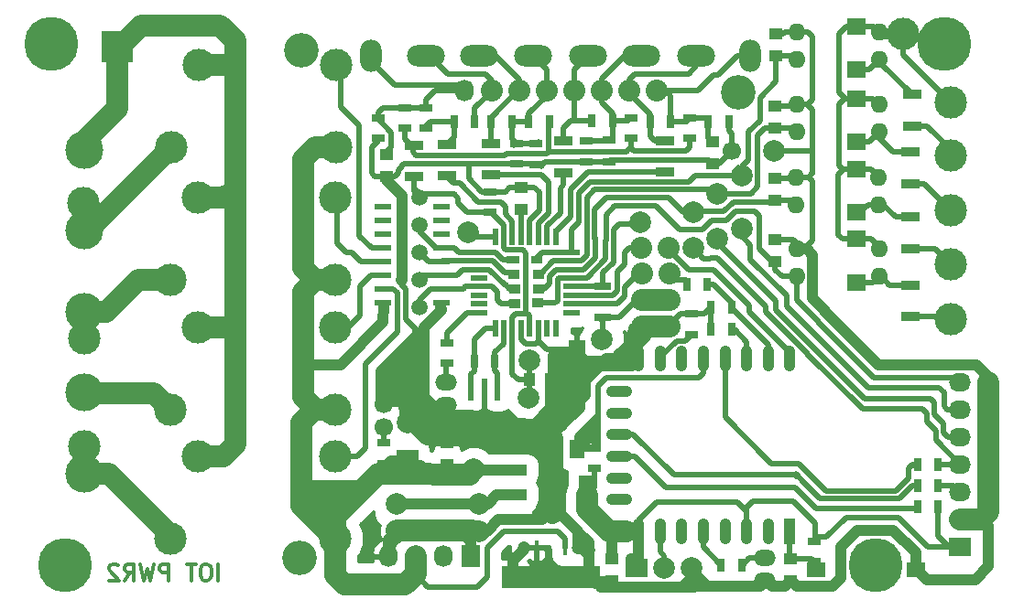
<source format=gbr>
G04 #@! TF.FileFunction,Copper,L2,Bot,Signal*
%FSLAX46Y46*%
G04 Gerber Fmt 4.6, Leading zero omitted, Abs format (unit mm)*
G04 Created by KiCad (PCBNEW (after 2015-mar-04 BZR unknown)-product) date 4/3/2016 5:34:25 PM*
%MOMM*%
G01*
G04 APERTURE LIST*
%ADD10C,0.100000*%
%ADD11C,0.300000*%
%ADD12C,1.700000*%
%ADD13C,2.000000*%
%ADD14C,2.032000*%
%ADD15O,1.727200X2.032000*%
%ADD16O,2.000000X3.000000*%
%ADD17O,3.500000X2.000000*%
%ADD18C,3.200000*%
%ADD19C,2.999740*%
%ADD20C,1.500000*%
%ADD21O,2.000000X1.500000*%
%ADD22R,0.400000X1.350000*%
%ADD23C,1.200000*%
%ADD24R,2.000000X2.000000*%
%ADD25R,0.500000X2.000000*%
%ADD26O,2.032000X2.032000*%
%ADD27R,1.000000X0.700000*%
%ADD28R,1.200000X0.700000*%
%ADD29R,1.800000X1.400000*%
%ADD30R,1.400000X1.800000*%
%ADD31R,1.600000X1.800000*%
%ADD32R,0.700000X1.300000*%
%ADD33R,1.500000X3.657600*%
%ADD34R,2.032000X1.016000*%
%ADD35R,1.000000X0.900000*%
%ADD36C,3.500000*%
%ADD37R,1.250000X0.800000*%
%ADD38R,3.000000X3.000000*%
%ADD39C,3.000000*%
%ADD40R,1.800860X1.500000*%
%ADD41O,1.600000X1.600000*%
%ADD42C,1.998980*%
%ADD43O,1.500000X2.000000*%
%ADD44R,2.032000X1.727200*%
%ADD45O,2.032000X1.727200*%
%ADD46R,2.000000X1.700000*%
%ADD47R,1.727200X2.032000*%
%ADD48C,5.000000*%
%ADD49C,0.100000*%
%ADD50R,1.250000X0.750000*%
%ADD51R,1.500000X0.800000*%
%ADD52R,1.700000X0.900000*%
%ADD53R,1.300000X0.700000*%
%ADD54R,1.250000X1.000000*%
%ADD55R,1.000000X1.250000*%
%ADD56R,0.550000X1.600000*%
%ADD57R,1.600000X0.550000*%
%ADD58R,1.500000X0.600000*%
%ADD59O,2.400000X1.100000*%
%ADD60R,1.100000X2.400000*%
%ADD61O,1.100000X2.400000*%
%ADD62C,0.500000*%
%ADD63C,2.000000*%
%ADD64C,1.000000*%
%ADD65C,0.250000*%
%ADD66C,0.254000*%
G04 APERTURE END LIST*
D10*
D11*
X121300000Y-79878571D02*
X121300000Y-78378571D01*
X120300000Y-78378571D02*
X120014286Y-78378571D01*
X119871428Y-78450000D01*
X119728571Y-78592857D01*
X119657143Y-78878571D01*
X119657143Y-79378571D01*
X119728571Y-79664286D01*
X119871428Y-79807143D01*
X120014286Y-79878571D01*
X120300000Y-79878571D01*
X120442857Y-79807143D01*
X120585714Y-79664286D01*
X120657143Y-79378571D01*
X120657143Y-78878571D01*
X120585714Y-78592857D01*
X120442857Y-78450000D01*
X120300000Y-78378571D01*
X119228571Y-78378571D02*
X118371428Y-78378571D01*
X118799999Y-79878571D02*
X118799999Y-78378571D01*
X116728571Y-79878571D02*
X116728571Y-78378571D01*
X116157143Y-78378571D01*
X116014285Y-78450000D01*
X115942857Y-78521429D01*
X115871428Y-78664286D01*
X115871428Y-78878571D01*
X115942857Y-79021429D01*
X116014285Y-79092857D01*
X116157143Y-79164286D01*
X116728571Y-79164286D01*
X115371428Y-78378571D02*
X115014285Y-79878571D01*
X114728571Y-78807143D01*
X114442857Y-79878571D01*
X114085714Y-78378571D01*
X112657142Y-79878571D02*
X113157142Y-79164286D01*
X113514285Y-79878571D02*
X113514285Y-78378571D01*
X112942857Y-78378571D01*
X112799999Y-78450000D01*
X112728571Y-78521429D01*
X112657142Y-78664286D01*
X112657142Y-78878571D01*
X112728571Y-79021429D01*
X112799999Y-79092857D01*
X112942857Y-79164286D01*
X113514285Y-79164286D01*
X112085714Y-78521429D02*
X112014285Y-78450000D01*
X111871428Y-78378571D01*
X111514285Y-78378571D01*
X111371428Y-78450000D01*
X111299999Y-78521429D01*
X111228571Y-78664286D01*
X111228571Y-78807143D01*
X111299999Y-79021429D01*
X112157142Y-79878571D01*
X111228571Y-79878571D01*
D12*
X136611360Y-63568580D03*
X136611360Y-65666620D03*
D13*
X145389600Y-72847200D03*
X145389600Y-75347200D03*
X137833100Y-72771000D03*
X137833100Y-75271000D03*
D14*
X161823400Y-34569400D03*
X159283400Y-34569400D03*
X156743400Y-34569400D03*
X154203400Y-34569400D03*
X151663400Y-34569400D03*
X149123400Y-34569400D03*
X146583400Y-34569400D03*
D15*
X144043400Y-34569400D03*
D16*
X170480000Y-31340000D03*
D17*
X165527000Y-31340000D03*
X160447000Y-31340000D03*
X155494000Y-31340000D03*
X150414000Y-31340000D03*
X145461000Y-31340000D03*
X140508000Y-31340000D03*
D16*
X135428000Y-31340000D03*
D18*
X169387520Y-34706560D03*
D19*
X108860000Y-44940000D03*
X108860000Y-39987000D03*
X108960000Y-67480000D03*
X108960000Y-62527000D03*
X108960000Y-57447000D03*
D20*
X139923520Y-59679840D03*
X139923520Y-57139840D03*
X139923520Y-54599840D03*
X139923520Y-52059840D03*
X139923520Y-49519840D03*
X139923520Y-46979840D03*
X139923520Y-44439840D03*
D12*
X168752520Y-40104060D03*
D13*
X172684440Y-40126920D03*
D21*
X142382240Y-63654940D03*
X142382240Y-61556900D03*
X171861480Y-79938880D03*
X171861480Y-77840840D03*
D22*
X153350380Y-76865040D03*
X150750380Y-76865040D03*
D23*
X154550380Y-76865040D03*
X149550380Y-76865040D03*
D24*
X155550380Y-79565040D03*
X148550380Y-79565040D03*
D25*
X147089500Y-62222380D03*
X145887440Y-62222380D03*
X144688560Y-62222380D03*
D26*
X160500000Y-53900000D03*
X163040000Y-53900000D03*
D27*
X150771860Y-50190400D03*
D28*
X148513800Y-50170080D03*
D29*
X176563070Y-78869320D03*
X185767930Y-78864680D03*
D30*
X154459720Y-67734130D03*
D31*
X154455080Y-58529270D03*
D32*
X144980620Y-59596020D03*
X146880620Y-59596020D03*
D33*
X155407360Y-71973440D03*
D34*
X148803360Y-71973440D03*
X148803360Y-69687440D03*
X148803360Y-74259440D03*
D35*
X150929340Y-51521360D03*
X148650960Y-51559460D03*
X150916640Y-52892960D03*
X148681440Y-52880260D03*
X150855680Y-54221380D03*
X148744940Y-54223920D03*
D18*
X128800000Y-77800000D03*
X129000000Y-30800000D03*
D36*
X108966000Y-40005000D03*
X108889800Y-47523400D03*
X108966000Y-55016400D03*
X108966000Y-62509400D03*
X108966000Y-70027800D03*
D13*
X149999700Y-63017400D03*
X144901920Y-69631560D03*
X150053040Y-59542680D03*
X156789120Y-57591960D03*
D37*
X150677880Y-39416480D03*
X150677880Y-41416480D03*
D38*
X111937800Y-30505400D03*
D13*
X138800000Y-65300000D03*
D24*
X138800000Y-68800000D03*
D39*
X184647840Y-29260800D03*
D40*
X180327300Y-52290980D03*
X180327300Y-48293020D03*
X180268880Y-45808900D03*
X180268880Y-41810940D03*
D41*
X182420260Y-31656020D03*
X182420260Y-29116020D03*
X174800260Y-29116020D03*
X174800260Y-31656020D03*
D40*
X180296820Y-32621220D03*
X180296820Y-28623260D03*
X180299360Y-39286180D03*
X180299360Y-35288220D03*
D13*
X160300000Y-46700000D03*
D26*
X163000000Y-56400000D03*
X160460000Y-56400000D03*
D14*
X160400000Y-49100000D03*
D26*
X162940000Y-49100000D03*
D13*
X144414240Y-47685960D03*
D26*
X163000000Y-51500000D03*
X160460000Y-51500000D03*
D42*
X169705080Y-47335540D03*
X169700000Y-42380000D03*
X167394920Y-48273540D03*
X167400000Y-44080000D03*
X165227940Y-49061680D03*
X165200000Y-45780000D03*
D43*
X192519300Y-61569600D03*
X192519300Y-64109600D03*
X192519300Y-66649600D03*
X192519300Y-69189600D03*
X192519300Y-71729600D03*
D44*
X189847220Y-76748640D03*
D45*
X189847220Y-74208640D03*
X189847220Y-71668640D03*
X189847220Y-69128640D03*
X189847220Y-66588640D03*
X189847220Y-64048640D03*
X189847220Y-61508640D03*
D46*
X160012380Y-78762860D03*
D13*
X162552380Y-78762860D03*
X165092380Y-78762860D03*
D47*
X144617440Y-77645260D03*
D15*
X142077440Y-77645260D03*
X139537440Y-77645260D03*
X136997440Y-77645260D03*
D48*
X188442600Y-30238700D03*
X182092600Y-78498700D03*
D49*
X157962600Y-35318700D03*
X157962600Y-63258700D03*
D48*
X107162600Y-78498700D03*
X105892600Y-30238700D03*
D50*
X157403800Y-39132000D03*
X157403800Y-41132000D03*
D19*
X189052200Y-35623500D03*
X189052200Y-40576500D03*
X189052200Y-45656500D03*
X189052200Y-50609500D03*
X189052200Y-55689500D03*
D51*
X156870400Y-52639300D03*
X156870400Y-55539300D03*
D52*
X142440660Y-42415120D03*
X142440660Y-39515120D03*
D53*
X148884640Y-41325840D03*
X148884640Y-39425840D03*
D54*
X166969440Y-39294560D03*
X166969440Y-41294560D03*
X136855200Y-40473120D03*
X136855200Y-42473120D03*
X172892720Y-31286960D03*
X172892720Y-29286960D03*
X149311360Y-43521120D03*
X149311360Y-45521120D03*
X172725080Y-38020500D03*
X172725080Y-36020500D03*
X172783500Y-44700700D03*
X172783500Y-42700700D03*
X172808900Y-50369980D03*
X172808900Y-48369980D03*
X157700000Y-79900000D03*
X157700000Y-77900000D03*
X174208440Y-79912720D03*
X174208440Y-77912720D03*
X142443200Y-67173600D03*
X142443200Y-69173600D03*
D55*
X152043640Y-61328300D03*
X150043640Y-61328300D03*
D56*
X152507600Y-56548600D03*
X151707600Y-56548600D03*
X150907600Y-56548600D03*
X150107600Y-56548600D03*
X149307600Y-56548600D03*
X148507600Y-56548600D03*
X147707600Y-56548600D03*
X146907600Y-56548600D03*
D57*
X145457600Y-55098600D03*
X145457600Y-54298600D03*
X145457600Y-53498600D03*
X145457600Y-52698600D03*
X145457600Y-51898600D03*
X145457600Y-51098600D03*
X145457600Y-50298600D03*
X145457600Y-49498600D03*
D56*
X146907600Y-48048600D03*
X147707600Y-48048600D03*
X148507600Y-48048600D03*
X149307600Y-48048600D03*
X150107600Y-48048600D03*
X150907600Y-48048600D03*
X151707600Y-48048600D03*
X152507600Y-48048600D03*
D57*
X153957600Y-49498600D03*
X153957600Y-50298600D03*
X153957600Y-51098600D03*
X153957600Y-51898600D03*
X153957600Y-52698600D03*
X153957600Y-53498600D03*
X153957600Y-54298600D03*
X153957600Y-55098600D03*
D32*
X143113720Y-37398960D03*
X145013720Y-37398960D03*
X163154400Y-37388800D03*
X161254400Y-37388800D03*
X157769600Y-37363400D03*
X155869600Y-37363400D03*
X148442720Y-37414200D03*
X146542720Y-37414200D03*
D53*
X140500000Y-36150000D03*
X140500000Y-38050000D03*
X164922200Y-37073800D03*
X164922200Y-38973800D03*
X159512000Y-37048400D03*
X159512000Y-38948400D03*
D32*
X150027600Y-37409120D03*
X151927600Y-37409120D03*
D53*
X138600000Y-36150000D03*
X138600000Y-38050000D03*
D32*
X168513800Y-37414200D03*
X166613800Y-37414200D03*
D53*
X155346400Y-41132800D03*
X155346400Y-39232800D03*
X136100000Y-38950000D03*
X136100000Y-37050000D03*
X165049200Y-57109400D03*
X165049200Y-55209400D03*
D32*
X169687280Y-78440280D03*
X167787280Y-78440280D03*
D53*
X156098240Y-67609680D03*
X156098240Y-69509680D03*
D32*
X164597040Y-52486560D03*
X166497040Y-52486560D03*
X166872880Y-54599840D03*
X168772880Y-54599840D03*
X166852560Y-56652160D03*
X168752560Y-56652160D03*
D41*
X182420260Y-38389560D03*
X182420260Y-35849560D03*
X174800260Y-35849560D03*
X174800260Y-38389560D03*
X182364380Y-45095160D03*
X182364380Y-42555160D03*
X174744380Y-42555160D03*
X174744380Y-45095160D03*
D58*
X141942800Y-45288200D03*
X141942800Y-46558200D03*
X141942800Y-47828200D03*
X141942800Y-49098200D03*
X141942800Y-50368200D03*
X141942800Y-51638200D03*
X141942800Y-52908200D03*
X141942800Y-54178200D03*
X136542800Y-54178200D03*
X136542800Y-52908200D03*
X136542800Y-51638200D03*
X136542800Y-50368200D03*
X136542800Y-49098200D03*
X136542800Y-47828200D03*
X136542800Y-46558200D03*
X136542800Y-45288200D03*
D41*
X182384700Y-51739800D03*
X182384700Y-49199800D03*
X174764700Y-49199800D03*
X174764700Y-51739800D03*
D59*
X158405100Y-72397200D03*
X158405100Y-70397200D03*
X158405100Y-68397200D03*
X158405100Y-66397200D03*
X158405100Y-64397200D03*
X158405100Y-62397200D03*
D60*
X174155100Y-75387200D03*
D61*
X172155100Y-75387200D03*
X170155100Y-75387200D03*
X168155100Y-75387200D03*
X166155100Y-75387200D03*
X164155100Y-75387200D03*
X162155100Y-75387200D03*
X160155100Y-75387200D03*
X160155100Y-59387200D03*
X162155100Y-59387200D03*
X164155100Y-59387200D03*
X166155100Y-59387200D03*
X168155100Y-59387200D03*
X170155100Y-59387200D03*
X172155100Y-59387200D03*
X174155100Y-59387200D03*
D52*
X162636200Y-42064600D03*
X162636200Y-39164600D03*
X153192480Y-42125560D03*
X153192480Y-39225560D03*
X146532600Y-42338920D03*
X146532600Y-39438920D03*
D53*
X146466560Y-43896240D03*
X146466560Y-45796240D03*
D52*
X139369800Y-39606560D03*
X139369800Y-42506560D03*
D53*
X176377600Y-78166000D03*
X176377600Y-76266000D03*
X142438120Y-57891640D03*
X142438120Y-59791640D03*
D39*
X119507000Y-32186880D03*
X132211740Y-32187160D03*
X132209540Y-39784020D03*
X116967000Y-39786560D03*
X119400320Y-44450000D03*
X132105060Y-44450280D03*
X132102860Y-52047140D03*
X116860320Y-52049680D03*
X119451120Y-56494680D03*
X132155860Y-56494960D03*
X132153660Y-64091820D03*
X116911120Y-64094360D03*
X119451120Y-68397120D03*
X132155860Y-68397400D03*
X132153660Y-75994260D03*
X116911120Y-75996800D03*
D52*
X185440320Y-37802480D03*
X185440320Y-34902480D03*
X185270140Y-43136480D03*
X185270140Y-40236480D03*
X185318400Y-49151200D03*
X185318400Y-46251200D03*
X185326020Y-55458020D03*
X185326020Y-52558020D03*
D32*
X187850000Y-71100000D03*
X185950000Y-71100000D03*
X185950000Y-73100000D03*
X187850000Y-73100000D03*
X185950000Y-69200000D03*
X187850000Y-69200000D03*
D53*
X136600000Y-69050000D03*
X136600000Y-67150000D03*
D13*
X144881600Y-69636640D03*
X150042880Y-59550300D03*
X156789120Y-57591960D03*
X150002240Y-63012320D03*
D62*
X149307600Y-48048600D02*
X149307600Y-45524880D01*
X149307600Y-45524880D02*
X149311360Y-45521120D01*
X139893040Y-44099480D02*
X139369800Y-43576240D01*
X140843000Y-44099480D02*
X139893040Y-44099480D01*
D63*
X160500000Y-53900000D02*
X163040000Y-53900000D01*
X131150360Y-71638160D02*
X131150360Y-72867520D01*
X132201920Y-73919080D02*
X132153660Y-73919080D01*
X131150360Y-72867520D02*
X132201920Y-73919080D01*
X129032000Y-71638160D02*
X131150360Y-71638160D01*
X131150360Y-71638160D02*
X134482840Y-71638160D01*
X134482840Y-71638160D02*
X136103360Y-70017640D01*
D64*
X132153660Y-75994260D02*
X132153660Y-73919080D01*
X132153660Y-73919080D02*
X132153660Y-73967340D01*
X132153660Y-73967340D02*
X137321000Y-68800000D01*
X137321000Y-68800000D02*
X138800000Y-68800000D01*
D63*
X137576560Y-70017640D02*
X136103360Y-70017640D01*
X136103360Y-70017640D02*
X132153660Y-73967340D01*
X144584420Y-70124320D02*
X137576560Y-70017640D01*
D64*
X131551680Y-76596240D02*
X132153660Y-75994260D01*
X132333660Y-64134720D02*
X130860520Y-64134720D01*
D62*
X132282860Y-76009220D02*
X132219700Y-76034900D01*
D63*
X129136140Y-40929560D02*
X129136140Y-50924460D01*
X129136140Y-50924460D02*
X130258820Y-52047140D01*
X130281680Y-39784020D02*
X129136140Y-40929560D01*
D64*
X130600000Y-39784020D02*
X130281680Y-39784020D01*
X132102860Y-52047140D02*
X130649980Y-52047140D01*
D63*
X129032000Y-65262760D02*
X129032000Y-71638160D01*
X129032000Y-71638160D02*
X129032000Y-72981360D01*
X129032000Y-72981360D02*
X132044900Y-75994260D01*
X132044900Y-75994260D02*
X132153660Y-75994260D01*
X130202940Y-64091820D02*
X129032000Y-65262760D01*
D64*
X132153660Y-64091820D02*
X130202940Y-64091820D01*
D62*
X146466560Y-45796240D02*
X146522480Y-45796240D01*
X146522480Y-45796240D02*
X147707600Y-46981360D01*
X147707600Y-46981360D02*
X147707600Y-48048600D01*
X139369800Y-43571160D02*
X139369800Y-42506560D01*
X139369800Y-43576240D02*
X139369800Y-43571160D01*
D65*
X156469080Y-55582480D02*
X156469080Y-55747920D01*
D62*
X143098520Y-44099480D02*
X140843000Y-44099480D01*
X146466560Y-45796240D02*
X144307600Y-45796240D01*
X143499840Y-44500800D02*
X143098520Y-44099480D01*
X143499840Y-44988480D02*
X143499840Y-44500800D01*
X144307600Y-45796240D02*
X143499840Y-44988480D01*
D63*
X132153660Y-79443580D02*
X132153660Y-75994260D01*
X132994400Y-80284320D02*
X132153660Y-79443580D01*
X138602720Y-80284320D02*
X132994400Y-80284320D01*
X139537440Y-79349600D02*
X138602720Y-80284320D01*
X139537440Y-77645260D02*
X139537440Y-79349600D01*
D62*
X147707600Y-49135280D02*
X147881340Y-49309020D01*
X147881340Y-49309020D02*
X149481540Y-49309020D01*
X149481540Y-49309020D02*
X149778720Y-49606200D01*
X149778720Y-49606200D02*
X149778720Y-55008780D01*
X149778720Y-55008780D02*
X149565360Y-55222140D01*
X149565360Y-55222140D02*
X148795740Y-55222140D01*
X148795740Y-55222140D02*
X148507600Y-55510280D01*
X148507600Y-55510280D02*
X148507600Y-56548600D01*
X147707600Y-48048600D02*
X147707600Y-49135280D01*
X149946360Y-55222140D02*
X150107600Y-55383380D01*
X150107600Y-55383380D02*
X150107600Y-56548600D01*
X149565360Y-55222140D02*
X149946360Y-55222140D01*
X156941520Y-55580280D02*
X156865320Y-55565040D01*
X149070060Y-61328300D02*
X150043640Y-61328300D01*
X148507600Y-60765840D02*
X149070060Y-61328300D01*
X148507600Y-56548600D02*
X148507600Y-60765840D01*
D64*
X132603240Y-59931300D02*
X129621280Y-59931300D01*
X136542800Y-55991740D02*
X132603240Y-59931300D01*
X129621280Y-63510160D02*
X130202940Y-64091820D01*
X129621280Y-59931300D02*
X129621280Y-63510160D01*
X136600000Y-54400000D02*
X136542800Y-55991740D01*
D63*
X129159000Y-53146960D02*
X129159000Y-62941200D01*
X129159000Y-62941200D02*
X130309620Y-64091820D01*
X130309620Y-64091820D02*
X132153660Y-64091820D01*
X130258820Y-52047140D02*
X129159000Y-53146960D01*
X132102860Y-52047140D02*
X130258820Y-52047140D01*
X132153660Y-73967340D02*
X132153660Y-75994260D01*
D62*
X150043640Y-59551060D02*
X150042880Y-59550300D01*
X156789120Y-57591960D02*
X156870400Y-57510680D01*
X156870400Y-57510680D02*
X156870400Y-55539300D01*
X150043640Y-61328300D02*
X150043640Y-59551060D01*
X150043640Y-62970920D02*
X150002240Y-63012320D01*
X150043640Y-61328300D02*
X150043640Y-62970920D01*
X137007600Y-69448680D02*
X137576560Y-70017640D01*
X137007600Y-69209960D02*
X137007600Y-69448680D01*
D64*
X139782360Y-70017640D02*
X140700000Y-69900000D01*
X139900000Y-69900000D02*
X139782360Y-70017640D01*
X140700000Y-69900000D02*
X139900000Y-69900000D01*
X140009960Y-69209960D02*
X140700000Y-69900000D01*
X137007600Y-69209960D02*
X140009960Y-69209960D01*
D63*
X130600000Y-39784020D02*
X132209540Y-39784020D01*
D62*
X160000000Y-53900000D02*
X160400000Y-53900000D01*
X158360700Y-55539300D02*
X160000000Y-53900000D01*
X156870400Y-55539300D02*
X158360700Y-55539300D01*
X160400000Y-53900000D02*
X162940000Y-53900000D01*
D65*
X140695680Y-80507840D02*
X139537440Y-79349600D01*
X148747480Y-69631560D02*
X148803360Y-69687440D01*
X144901920Y-69631560D02*
X148747480Y-69631560D01*
X139173600Y-69173600D02*
X138800000Y-68800000D01*
X142443200Y-69173600D02*
X139173600Y-69173600D01*
D62*
X140695680Y-80507840D02*
X145206720Y-80507840D01*
X139537440Y-79349600D02*
X140695680Y-80507840D01*
X139537440Y-77645260D02*
X139537440Y-79349600D01*
D64*
X144957800Y-69687440D02*
X144901920Y-69631560D01*
X148803360Y-69687440D02*
X144957800Y-69687440D01*
D62*
X153350380Y-76373140D02*
X153350380Y-76865040D01*
X145272760Y-80507840D02*
X146177000Y-79603600D01*
X146177000Y-79603600D02*
X146177000Y-76855320D01*
X146177000Y-76855320D02*
X147670520Y-75361800D01*
X147670520Y-75361800D02*
X152704800Y-75361800D01*
X152704800Y-75361800D02*
X153350380Y-76007380D01*
X153350380Y-76007380D02*
X153350380Y-76865040D01*
X145206720Y-80507840D02*
X145272760Y-80507840D01*
X139369800Y-43886120D02*
X139923520Y-44439840D01*
X139369800Y-43571160D02*
X139369800Y-43886120D01*
X145900000Y-72800000D02*
X145900000Y-73100000D01*
D64*
X144800000Y-72800000D02*
X137862100Y-72800000D01*
X137862100Y-72800000D02*
X137833100Y-72771000D01*
X145500000Y-72800000D02*
X144800000Y-72800000D01*
D65*
X147055840Y-71973440D02*
X148803360Y-71973440D01*
X146229280Y-72800000D02*
X147055840Y-71973440D01*
D64*
X147055840Y-71973440D02*
X148803360Y-71973440D01*
X146229280Y-72800000D02*
X147055840Y-71973440D01*
X145900000Y-72800000D02*
X146229280Y-72800000D01*
D62*
X174155100Y-75387200D02*
X174155100Y-77859380D01*
X174155100Y-77859380D02*
X174208440Y-77912720D01*
X176124320Y-77912720D02*
X176563070Y-78351470D01*
X174208440Y-77912720D02*
X176124320Y-77912720D01*
X176563070Y-78351470D02*
X176377600Y-78166000D01*
X176563070Y-78869320D02*
X176563070Y-78351470D01*
X182420260Y-29116020D02*
X184503060Y-29116020D01*
X184503060Y-29116020D02*
X184647840Y-29260800D01*
X182384700Y-49199800D02*
X182384700Y-49052480D01*
X182384700Y-49052480D02*
X181625240Y-48293020D01*
X181625240Y-48293020D02*
X180327300Y-48293020D01*
X180268880Y-41810940D02*
X179123340Y-41810940D01*
X179039520Y-48293020D02*
X180327300Y-48293020D01*
X178628040Y-47881540D02*
X179039520Y-48293020D01*
X178628040Y-42306240D02*
X178628040Y-47881540D01*
X179123340Y-41810940D02*
X178628040Y-42306240D01*
X180299360Y-35288220D02*
X179169060Y-35288220D01*
X179031900Y-41810940D02*
X180268880Y-41810940D01*
X178673760Y-41452800D02*
X179031900Y-41810940D01*
X178673760Y-35783520D02*
X178673760Y-41452800D01*
X179169060Y-35288220D02*
X178673760Y-35783520D01*
X180268880Y-41810940D02*
X181620160Y-41810940D01*
X181620160Y-41810940D02*
X182364380Y-42555160D01*
X180299360Y-35288220D02*
X181858920Y-35288220D01*
X181858920Y-35288220D02*
X182420260Y-35849560D01*
X180296820Y-28623260D02*
X179357020Y-28623260D01*
X179260500Y-35288220D02*
X180299360Y-35288220D01*
X178658520Y-34686240D02*
X179260500Y-35288220D01*
X178658520Y-29321760D02*
X178658520Y-34686240D01*
X179357020Y-28623260D02*
X178658520Y-29321760D01*
X184647840Y-29260800D02*
X184647840Y-31219140D01*
X184647840Y-31219140D02*
X189052200Y-35623500D01*
X180296820Y-28623260D02*
X181927500Y-28623260D01*
X181927500Y-28623260D02*
X182420260Y-29116020D01*
X182499000Y-29550360D02*
X182727600Y-29321760D01*
X189052200Y-35026600D02*
X189052200Y-35623500D01*
D64*
X182565040Y-29260800D02*
X182420260Y-29116020D01*
X184647840Y-29260800D02*
X182565040Y-29260800D01*
D62*
X180296820Y-32621220D02*
X181455060Y-32621220D01*
X181455060Y-32621220D02*
X182420260Y-31656020D01*
X182420260Y-31656020D02*
X182420260Y-31882420D01*
X182420260Y-31882420D02*
X185440320Y-34902480D01*
X182420260Y-38389560D02*
X182420260Y-38935660D01*
X182420260Y-38935660D02*
X183721080Y-40236480D01*
X183721080Y-40236480D02*
X185270140Y-40236480D01*
X180299360Y-39286180D02*
X181523640Y-39286180D01*
X181523640Y-39286180D02*
X182420260Y-38389560D01*
X182364380Y-45095160D02*
X182770780Y-45095160D01*
X182770780Y-45095160D02*
X183926820Y-46251200D01*
X183926820Y-46251200D02*
X185318400Y-46251200D01*
X180268880Y-45808900D02*
X180667660Y-45808900D01*
X180667660Y-45808900D02*
X181381400Y-45095160D01*
X181381400Y-45095160D02*
X182364380Y-45095160D01*
X182651400Y-45059600D02*
X182651400Y-44754800D01*
X182384700Y-51739800D02*
X182549800Y-51739800D01*
X182549800Y-51739800D02*
X183368020Y-52558020D01*
X183368020Y-52558020D02*
X185326020Y-52558020D01*
X180327300Y-52290980D02*
X181833520Y-52290980D01*
X181833520Y-52290980D02*
X182384700Y-51739800D01*
X169687280Y-78440280D02*
X169796460Y-78440280D01*
X169796460Y-78440280D02*
X170395900Y-77840840D01*
X170395900Y-77840840D02*
X171861480Y-77840840D01*
X181886860Y-61087000D02*
X189814200Y-61087000D01*
X176730660Y-55930800D02*
X181886860Y-61087000D01*
X176804320Y-55930800D02*
X176730660Y-55930800D01*
X174764700Y-53891180D02*
X176804320Y-55930800D01*
X174764700Y-51739800D02*
X174764700Y-53891180D01*
X155374340Y-51898600D02*
X153957600Y-51898600D01*
X157124400Y-50148540D02*
X155374340Y-51898600D01*
X157124400Y-48453040D02*
X157124400Y-50148540D01*
X157154880Y-48422560D02*
X157124400Y-48453040D01*
X157154880Y-46024800D02*
X157154880Y-48422560D01*
X157939740Y-45239940D02*
X157154880Y-46024800D01*
X161780220Y-45239940D02*
X157939740Y-45239940D01*
X162694620Y-46154340D02*
X161780220Y-45239940D01*
X162694620Y-46143620D02*
X162694620Y-46154340D01*
X163993120Y-47442120D02*
X162694620Y-46143620D01*
X166041580Y-47442120D02*
X163993120Y-47442120D01*
X166935660Y-46548040D02*
X166041580Y-47442120D01*
X168279700Y-46548040D02*
X166935660Y-46548040D01*
X169145840Y-45681900D02*
X168279700Y-46548040D01*
X170936920Y-45681900D02*
X169145840Y-45681900D01*
X171356020Y-46101000D02*
X170936920Y-45681900D01*
X171356020Y-49174400D02*
X171356020Y-46101000D01*
X172551600Y-50369980D02*
X171356020Y-49174400D01*
X172808900Y-50369980D02*
X172551600Y-50369980D01*
X172808900Y-51109880D02*
X173438820Y-51739800D01*
X173438820Y-51739800D02*
X174764700Y-51739800D01*
X172808900Y-50369980D02*
X172808900Y-51109880D01*
X152801400Y-51898600D02*
X152700000Y-52000000D01*
X152700000Y-52000000D02*
X152700000Y-54000000D01*
X152700000Y-54000000D02*
X152478620Y-54221380D01*
X152478620Y-54221380D02*
X150855680Y-54221380D01*
X153957600Y-51898600D02*
X152801400Y-51898600D01*
X174786800Y-45304200D02*
X175031400Y-45059600D01*
X155093240Y-51098600D02*
X156165880Y-50025960D01*
X156165880Y-50025960D02*
X156165880Y-48172040D01*
X156165880Y-48172040D02*
X156091280Y-48246640D01*
X156091280Y-48246640D02*
X156091280Y-45513600D01*
X156091280Y-45513600D02*
X157165040Y-44439840D01*
X157165040Y-44439840D02*
X162930840Y-44439840D01*
X162930840Y-44439840D02*
X164287200Y-45796200D01*
X153957600Y-51098600D02*
X155093240Y-51098600D01*
X172637960Y-44846240D02*
X172783500Y-44700700D01*
X165328600Y-45796200D02*
X165404800Y-45720000D01*
X165404800Y-45720000D02*
X168058720Y-45720000D01*
X168058720Y-45720000D02*
X168932480Y-44846240D01*
X168932480Y-44846240D02*
X172637960Y-44846240D01*
X164287200Y-45796200D02*
X165328600Y-45796200D01*
X174349920Y-44700700D02*
X174744380Y-45095160D01*
X172783500Y-44700700D02*
X174349920Y-44700700D01*
X152501400Y-51098600D02*
X153957600Y-51098600D01*
X151900000Y-51700000D02*
X152501400Y-51098600D01*
X151900000Y-52400000D02*
X151900000Y-51700000D01*
X151407040Y-52892960D02*
X151900000Y-52400000D01*
X150916640Y-52892960D02*
X151407040Y-52892960D01*
X150700000Y-51500000D02*
X150992840Y-51536600D01*
X172657260Y-38020500D02*
X172725080Y-38020500D01*
X170525440Y-44081700D02*
X171188380Y-43418760D01*
X171188380Y-43418760D02*
X171188380Y-38668960D01*
X171188380Y-38668960D02*
X171836840Y-38020500D01*
X171836840Y-38020500D02*
X172725080Y-38020500D01*
X166878000Y-44081700D02*
X170525440Y-44081700D01*
X174431200Y-38020500D02*
X174800260Y-38389560D01*
X172725080Y-38020500D02*
X174431200Y-38020500D01*
X167192478Y-44081700D02*
X166828220Y-43717442D01*
X166828220Y-43717442D02*
X156078958Y-43717442D01*
X156078958Y-43717442D02*
X155369260Y-44427140D01*
X155369260Y-44427140D02*
X155369260Y-49814480D01*
X155369260Y-49814480D02*
X154885140Y-50298600D01*
X154885140Y-50298600D02*
X153957600Y-50298600D01*
X166878000Y-44081700D02*
X167192478Y-44081700D01*
X152301400Y-50298600D02*
X153957600Y-50298600D01*
X151078640Y-51521360D02*
X152301400Y-50298600D01*
X150929340Y-51521360D02*
X151078640Y-51521360D01*
X169700000Y-42380000D02*
X169700000Y-41602600D01*
X169700000Y-41602600D02*
X170322240Y-40980360D01*
X170322240Y-40980360D02*
X170322240Y-38389560D01*
X170322240Y-38389560D02*
X171373800Y-37338000D01*
X171373800Y-37338000D02*
X171373800Y-35234880D01*
X171373800Y-35234880D02*
X172892720Y-33715960D01*
X172892720Y-33715960D02*
X172892720Y-31286960D01*
X172892720Y-31286960D02*
X174431200Y-31286960D01*
X153957600Y-49498600D02*
X151259140Y-49498600D01*
X151259140Y-49498600D02*
X150533800Y-50223940D01*
X150533800Y-50223940D02*
X150533800Y-50190400D01*
X165425120Y-42420540D02*
X169372280Y-42420540D01*
X164828220Y-43017440D02*
X165425120Y-42420540D01*
X155630880Y-43017440D02*
X164828220Y-43017440D01*
X154617420Y-44030900D02*
X155630880Y-43017440D01*
X154617420Y-46710600D02*
X154617420Y-44030900D01*
X153957600Y-47370420D02*
X154617420Y-46710600D01*
X153957600Y-49498600D02*
X153957600Y-47370420D01*
X169372280Y-42420540D02*
X169372280Y-41894760D01*
X174431200Y-31286960D02*
X174800260Y-31656020D01*
X169372280Y-42420540D02*
X169372280Y-42027720D01*
X169372280Y-42420540D02*
X169372280Y-41627720D01*
D65*
X146848600Y-48107600D02*
X146907600Y-48048600D01*
D62*
X145679160Y-48107600D02*
X146848600Y-48107600D01*
X145516600Y-48107600D02*
X145679160Y-48107600D01*
X145679160Y-48107600D02*
X144835880Y-48107600D01*
X144835880Y-48107600D02*
X144414240Y-47685960D01*
X148507600Y-48048600D02*
X148507600Y-46612960D01*
X143070920Y-43126660D02*
X142438120Y-42493860D01*
X148507600Y-46612960D02*
X147888960Y-45994320D01*
X147888960Y-45994320D02*
X147888960Y-45293280D01*
X147447000Y-44851320D02*
X145343880Y-44851320D01*
X147888960Y-45293280D02*
X147447000Y-44851320D01*
X143619220Y-43126660D02*
X143070920Y-43126660D01*
X145343880Y-44851320D02*
X143619220Y-43126660D01*
X145457600Y-49498600D02*
X146940620Y-49498600D01*
X147632420Y-50190400D02*
X148700000Y-50200000D01*
X146940620Y-49498600D02*
X147632420Y-50190400D01*
X141942800Y-49098200D02*
X143159480Y-49098200D01*
D65*
X142448280Y-49098200D02*
X141942800Y-49098200D01*
X145155000Y-49498600D02*
X145457600Y-49498600D01*
D62*
X143559880Y-49498600D02*
X145457600Y-49498600D01*
X143159480Y-49098200D02*
X143559880Y-49498600D01*
X139923520Y-47579280D02*
X139923520Y-46979840D01*
X141442440Y-49098200D02*
X139923520Y-47579280D01*
X141942800Y-49098200D02*
X141442440Y-49098200D01*
X145457600Y-50298600D02*
X146678900Y-50298600D01*
X147782280Y-51401980D02*
X148665380Y-51365380D01*
X146678900Y-50298600D02*
X147782280Y-51401980D01*
X148665380Y-51365380D02*
X148800000Y-51500000D01*
X142012400Y-50298600D02*
X141942800Y-50368200D01*
X145457600Y-50298600D02*
X142012400Y-50298600D01*
X140771880Y-50368200D02*
X139923520Y-49519840D01*
X141942800Y-50368200D02*
X140771880Y-50368200D01*
X145457600Y-51098600D02*
X146389240Y-51098600D01*
X148209000Y-52882800D02*
X148900000Y-52900000D01*
X147835620Y-52509420D02*
X148209000Y-52882800D01*
X147835620Y-52544980D02*
X147835620Y-52509420D01*
X146389240Y-51098600D02*
X147835620Y-52544980D01*
X141942800Y-51638200D02*
X143357600Y-51638200D01*
X143897200Y-51098600D02*
X145457600Y-51098600D01*
X143357600Y-51638200D02*
X143897200Y-51098600D01*
X140345160Y-51638200D02*
X139923520Y-52059840D01*
X141942800Y-51638200D02*
X140345160Y-51638200D01*
X143946880Y-52908200D02*
X144156480Y-52698600D01*
X145457600Y-52698600D02*
X146637960Y-52698600D01*
X147444460Y-54229000D02*
X148900000Y-54200000D01*
X147134580Y-53919120D02*
X147444460Y-54229000D01*
X147134580Y-53195220D02*
X147134580Y-53919120D01*
X146637960Y-52698600D02*
X147134580Y-53195220D01*
X141942800Y-52908200D02*
X143946880Y-52908200D01*
X144156480Y-52698600D02*
X145457600Y-52698600D01*
D65*
X142600680Y-52908200D02*
X141942800Y-52908200D01*
D62*
X140967460Y-52908200D02*
X141942800Y-52908200D01*
X139923520Y-53952140D02*
X140967460Y-52908200D01*
X139923520Y-54599840D02*
X139923520Y-53952140D01*
D65*
X153957600Y-52698600D02*
X156452960Y-52698600D01*
X156452960Y-52698600D02*
X156469080Y-52682480D01*
D62*
X154016900Y-52639300D02*
X156870400Y-52639300D01*
X153957600Y-52698600D02*
X154016900Y-52639300D01*
X156870400Y-51429600D02*
X157854882Y-50445118D01*
X157854882Y-50445118D02*
X157854882Y-47445118D01*
X157854882Y-47445118D02*
X158400000Y-46900000D01*
X158400000Y-46900000D02*
X159600000Y-46900000D01*
X156870400Y-52639300D02*
X156870400Y-51429600D01*
X153957600Y-53498600D02*
X153964100Y-53505100D01*
X159300000Y-49100000D02*
X160100000Y-49100000D01*
X157801400Y-53498600D02*
X158200000Y-53100000D01*
X158200000Y-53100000D02*
X158200000Y-51300000D01*
X158200000Y-51300000D02*
X158900000Y-50600000D01*
X158900000Y-50600000D02*
X158900000Y-49500000D01*
X158900000Y-49500000D02*
X159300000Y-49100000D01*
X153957600Y-53498600D02*
X157801400Y-53498600D01*
D65*
X154705300Y-54298600D02*
X153957600Y-54298600D01*
D62*
X153957600Y-54298600D02*
X153963700Y-54292500D01*
X158201400Y-54298600D02*
X158900002Y-53599998D01*
X158900002Y-53599998D02*
X158900002Y-52759998D01*
X158900002Y-52759998D02*
X160160000Y-51500000D01*
X153957600Y-54298600D02*
X158201400Y-54298600D01*
X136542800Y-49098200D02*
X135478520Y-49098200D01*
X132603240Y-36042600D02*
X132603240Y-32578660D01*
X134350760Y-37790120D02*
X132603240Y-36042600D01*
X132603240Y-32578660D02*
X132211740Y-32187160D01*
X134350760Y-47970440D02*
X134350760Y-37790120D01*
X135478520Y-49098200D02*
X134350760Y-47970440D01*
D63*
X109230160Y-47523400D02*
X116967000Y-39786560D01*
X108889800Y-47523400D02*
X109230160Y-47523400D01*
D62*
X108860000Y-47493600D02*
X108889800Y-47523400D01*
D64*
X108860000Y-47493600D02*
X108889800Y-47523400D01*
X108860000Y-44940000D02*
X108860000Y-47493600D01*
D63*
X111937800Y-30505400D02*
X111770160Y-30505400D01*
X111937800Y-36255960D02*
X111937800Y-30505400D01*
X119507000Y-32186880D02*
X119702580Y-32186880D01*
X122900000Y-56500000D02*
X122900000Y-67300000D01*
X122900000Y-44300000D02*
X122900000Y-56500000D01*
X122900000Y-32200000D02*
X122900000Y-44300000D01*
X122900000Y-67300000D02*
X121802880Y-68397120D01*
X121802880Y-68397120D02*
X119451120Y-68397120D01*
X122900000Y-29900000D02*
X122900000Y-32200000D01*
X121500000Y-28500000D02*
X122900000Y-29900000D01*
X114200000Y-28500000D02*
X121500000Y-28500000D01*
X112194600Y-30505400D02*
X114200000Y-28500000D01*
X111937800Y-30505400D02*
X112194600Y-30505400D01*
X122900000Y-56494680D02*
X122894680Y-56500000D01*
X122894680Y-56500000D02*
X122000000Y-56500000D01*
X122000000Y-56500000D02*
X122900000Y-56500000D01*
X119451120Y-56494680D02*
X122900000Y-56494680D01*
X122900000Y-44450000D02*
X122750000Y-44300000D01*
X122750000Y-44300000D02*
X122000000Y-44300000D01*
X122000000Y-44300000D02*
X122900000Y-44300000D01*
X119400320Y-44450000D02*
X122900000Y-44450000D01*
X122900000Y-32186880D02*
X122886880Y-32200000D01*
X122886880Y-32200000D02*
X121900000Y-32200000D01*
X121900000Y-32200000D02*
X122900000Y-32200000D01*
X119507000Y-32186880D02*
X122900000Y-32186880D01*
X108966000Y-40005000D02*
X108966000Y-39227760D01*
X108966000Y-39227760D02*
X111937800Y-36255960D01*
D62*
X132331460Y-44599860D02*
X132331460Y-48689260D01*
X132331460Y-48689260D02*
X133172200Y-49530000D01*
X133172200Y-49530000D02*
X133629400Y-49530000D01*
X133629400Y-49530000D02*
X134467600Y-50368200D01*
X134467600Y-50368200D02*
X136542800Y-50368200D01*
D63*
X108966000Y-55016400D02*
X109326680Y-55016400D01*
X110947200Y-55016400D02*
X113913920Y-52049680D01*
X113913920Y-52049680D02*
X116860320Y-52049680D01*
X108966000Y-55016400D02*
X110947200Y-55016400D01*
D62*
X133225540Y-56537860D02*
X132331460Y-56537860D01*
X134393940Y-55369460D02*
X133225540Y-56537860D01*
X136542800Y-51638200D02*
X135432800Y-51638200D01*
X134393940Y-52677060D02*
X134393940Y-55369460D01*
X135432800Y-51638200D02*
X134393940Y-52677060D01*
D63*
X115343760Y-62527000D02*
X116911120Y-64094360D01*
X108960000Y-62527000D02*
X115343760Y-62527000D01*
D62*
X137485120Y-52908200D02*
X136542800Y-52908200D01*
X137861040Y-53284120D02*
X137485120Y-52908200D01*
X137861040Y-56926480D02*
X137861040Y-53284120D01*
X132280660Y-68412360D02*
X133212840Y-68412360D01*
X132280660Y-68412360D02*
X134178040Y-68412360D01*
X134960360Y-59827160D02*
X137861040Y-56926480D01*
X134960360Y-67630040D02*
X134960360Y-59827160D01*
X134178040Y-68412360D02*
X134960360Y-67630040D01*
D63*
X111213900Y-70027800D02*
X108966000Y-70027800D01*
X116911120Y-75725020D02*
X111213900Y-70027800D01*
X116911120Y-75996800D02*
X116911120Y-75725020D01*
D62*
X163190320Y-52090320D02*
X164591960Y-52090320D01*
X162800000Y-51700000D02*
X163190320Y-52090320D01*
X162800000Y-51600000D02*
X162800000Y-51700000D01*
X185440320Y-37802480D02*
X186862380Y-37802480D01*
X186862380Y-37802480D02*
X189052200Y-39992300D01*
X189052200Y-39992300D02*
X189052200Y-40576500D01*
X188929940Y-40454240D02*
X189052200Y-40576500D01*
X185270140Y-43136480D02*
X186532180Y-43136480D01*
X186532180Y-43136480D02*
X189052200Y-45656500D01*
X185318400Y-49151200D02*
X187593900Y-49151200D01*
X187593900Y-49151200D02*
X189052200Y-50609500D01*
X185326020Y-55458020D02*
X188820720Y-55458020D01*
X188820720Y-55458020D02*
X189052200Y-55689500D01*
X162155100Y-59387200D02*
X162155100Y-58880820D01*
X162155100Y-59387200D02*
X162155100Y-59169680D01*
X163700000Y-57700000D02*
X164458600Y-57700000D01*
X164458600Y-57700000D02*
X165049200Y-57109400D01*
X162355100Y-59044900D02*
X163700000Y-57700000D01*
X162155100Y-59387200D02*
X162155100Y-59144900D01*
X156423360Y-67284560D02*
X156098240Y-67609680D01*
X156423360Y-64576960D02*
X156423360Y-67284560D01*
X156423360Y-61915040D02*
X156423360Y-64576960D01*
X157215840Y-61122560D02*
X156423360Y-61915040D01*
X165729920Y-61122560D02*
X157215840Y-61122560D01*
X166155100Y-60697380D02*
X165729920Y-61122560D01*
X166155100Y-59387200D02*
X166155100Y-60697380D01*
X155973790Y-67734130D02*
X156098240Y-67609680D01*
X154459720Y-67734130D02*
X155973790Y-67734130D01*
X154459720Y-66540600D02*
X156423360Y-64576960D01*
X154459720Y-67734130D02*
X154459720Y-66540600D01*
X154459720Y-67066380D02*
X156110940Y-65415160D01*
X154459720Y-67734130D02*
X154459720Y-67066380D01*
X154459720Y-67546440D02*
X156110940Y-65895220D01*
X154459720Y-67734130D02*
X154459720Y-67546440D01*
X155900120Y-66687700D02*
X156156660Y-66431160D01*
X154853690Y-67734130D02*
X155900120Y-66687700D01*
X154459720Y-67734130D02*
X154853690Y-67734130D01*
X155900120Y-66997580D02*
X156100780Y-67198240D01*
X155900120Y-66687700D02*
X155900120Y-66997580D01*
X172155100Y-58058300D02*
X172155100Y-59387200D01*
X168772880Y-54676080D02*
X172155100Y-58058300D01*
X168772880Y-54599840D02*
X168772880Y-54676080D01*
X168772880Y-54185860D02*
X168772880Y-54599840D01*
X167073580Y-52486560D02*
X168772880Y-54185860D01*
X166497040Y-52486560D02*
X167073580Y-52486560D01*
X174155100Y-59387200D02*
X174155100Y-58679080D01*
X162800000Y-49100000D02*
X162640000Y-49100000D01*
X170400000Y-55000000D02*
X170400000Y-54400000D01*
X170400000Y-54400000D02*
X167100000Y-51100000D01*
X167100000Y-51100000D02*
X164800000Y-51100000D01*
X164800000Y-51100000D02*
X162800000Y-49100000D01*
X174155100Y-58755100D02*
X170400000Y-55000000D01*
X174155100Y-59387200D02*
X174155100Y-58755100D01*
X170155100Y-57805820D02*
X170155100Y-59387200D01*
X169001440Y-56652160D02*
X170155100Y-57805820D01*
X168752560Y-56652160D02*
X169001440Y-56652160D01*
X170480000Y-31340000D02*
X169281900Y-31340000D01*
X169281900Y-31340000D02*
X167535860Y-33086040D01*
X167535860Y-33086040D02*
X167121840Y-33086040D01*
X167121840Y-33086040D02*
X165638480Y-34569400D01*
X165638480Y-34569400D02*
X161823400Y-34569400D01*
X163154400Y-37388800D02*
X163154400Y-35062200D01*
X163154400Y-35062200D02*
X162661600Y-34569400D01*
X162661600Y-34569400D02*
X161823400Y-34569400D01*
D65*
X164607200Y-37388800D02*
X164922200Y-37073800D01*
D62*
X163154400Y-37388800D02*
X164607200Y-37388800D01*
D65*
X166273400Y-37073800D02*
X166613800Y-37414200D01*
D62*
X164922200Y-37073800D02*
X166273400Y-37073800D01*
X166613800Y-38938920D02*
X166969440Y-39294560D01*
X166613800Y-37414200D02*
X166613800Y-38938920D01*
X156743400Y-34569400D02*
X156743400Y-35610800D01*
X157769600Y-36637000D02*
X157769600Y-37363400D01*
X156743400Y-35610800D02*
X157769600Y-36637000D01*
D65*
X157303000Y-39232800D02*
X157403800Y-39132000D01*
D62*
X157769600Y-38648600D02*
X157769600Y-37363400D01*
D65*
X157403800Y-39014400D02*
X157769600Y-38648600D01*
X157403800Y-39132000D02*
X157403800Y-39014400D01*
X159197000Y-37363400D02*
X159512000Y-37048400D01*
D62*
X157769600Y-37363400D02*
X159197000Y-37363400D01*
X155346400Y-39232800D02*
X157303000Y-39232800D01*
X156743400Y-33456600D02*
X158860000Y-31340000D01*
X158860000Y-31340000D02*
X160447000Y-31340000D01*
X156743400Y-34569400D02*
X156743400Y-33456600D01*
X151663400Y-34569400D02*
X151663400Y-35026600D01*
X151663400Y-35026600D02*
X150027600Y-36662400D01*
X150027600Y-36662400D02*
X150027600Y-37409120D01*
X148884640Y-39425840D02*
X150846320Y-39425840D01*
X148442720Y-37414200D02*
X148442720Y-38983920D01*
X148442720Y-38983920D02*
X148884640Y-39425840D01*
X148442720Y-37414200D02*
X150022520Y-37414200D01*
X150022520Y-37414200D02*
X150027600Y-37409120D01*
D65*
X148590800Y-39664600D02*
X148844000Y-39411400D01*
D62*
X150846320Y-39425840D02*
X150957280Y-39314880D01*
X151663400Y-32589400D02*
X150414000Y-31340000D01*
X151663400Y-34569400D02*
X151663400Y-32589400D01*
X136100000Y-37050000D02*
X136100000Y-36600000D01*
X136550000Y-36150000D02*
X138600000Y-36150000D01*
X136100000Y-36600000D02*
X136550000Y-36150000D01*
X140500000Y-36150000D02*
X138600000Y-36150000D01*
X144043400Y-34569400D02*
X141330600Y-34569400D01*
X140500000Y-35400000D02*
X140500000Y-36150000D01*
X141330600Y-34569400D02*
X140500000Y-35400000D01*
X136855200Y-40473120D02*
X136855200Y-40244800D01*
X136855200Y-40244800D02*
X137300000Y-39800000D01*
X137300000Y-39800000D02*
X137300000Y-38400000D01*
X137300000Y-38400000D02*
X136100000Y-37200000D01*
X136100000Y-37200000D02*
X136100000Y-37050000D01*
X143474000Y-34000000D02*
X144043400Y-34569400D01*
X137600000Y-34000000D02*
X143474000Y-34000000D01*
X135428000Y-31828000D02*
X137600000Y-34000000D01*
X135428000Y-31340000D02*
X135428000Y-31828000D01*
X159283400Y-34569400D02*
X159283400Y-34798000D01*
X159283400Y-34798000D02*
X161254400Y-36769000D01*
X161254400Y-36769000D02*
X161254400Y-37388800D01*
X161254400Y-38775600D02*
X161643400Y-39164600D01*
X161254400Y-37388800D02*
X161254400Y-38775600D01*
X161643400Y-39164600D02*
X162636200Y-39164600D01*
X165527000Y-32273000D02*
X165527000Y-31340000D01*
X159283400Y-33516600D02*
X159800000Y-33000000D01*
X159800000Y-33000000D02*
X164800000Y-33000000D01*
X164800000Y-33000000D02*
X165527000Y-32273000D01*
X159283400Y-34569400D02*
X159283400Y-33516600D01*
X146542720Y-37414200D02*
X146542720Y-39428800D01*
X146542720Y-39428800D02*
X146532600Y-39438920D01*
X149123400Y-34569400D02*
X149011640Y-34569400D01*
X149011640Y-34569400D02*
X146542720Y-37038320D01*
X146542720Y-37038320D02*
X146542720Y-37414200D01*
X149123400Y-34925000D02*
X149123400Y-34569400D01*
X149123400Y-33523400D02*
X149123400Y-34569400D01*
X146940000Y-31340000D02*
X149123400Y-33523400D01*
X145461000Y-31340000D02*
X146940000Y-31340000D01*
X154203400Y-34569400D02*
X154203400Y-37134800D01*
X154432000Y-37363400D02*
X155869600Y-37363400D01*
X154203400Y-37134800D02*
X154432000Y-37363400D01*
X153238200Y-37973000D02*
X153847800Y-37363400D01*
X153238200Y-39367800D02*
X153238200Y-37973000D01*
X153847800Y-37363400D02*
X155869600Y-37363400D01*
X154203400Y-32630600D02*
X155494000Y-31340000D01*
X154203400Y-34569400D02*
X154203400Y-32630600D01*
X146583400Y-34569400D02*
X146583400Y-34589720D01*
X146583400Y-34589720D02*
X145013720Y-36159400D01*
X145013720Y-36159400D02*
X145013720Y-37398960D01*
X146583400Y-34569400D02*
X146583400Y-35255200D01*
X146583400Y-33583400D02*
X146583400Y-34569400D01*
X146000000Y-33000000D02*
X146583400Y-33583400D01*
X142500000Y-33000000D02*
X146000000Y-33000000D01*
X140840000Y-31340000D02*
X142500000Y-33000000D01*
X140508000Y-31340000D02*
X140840000Y-31340000D01*
X152507600Y-48048600D02*
X152507600Y-47608840D01*
X152507600Y-47608840D02*
X153870660Y-46245780D01*
X153870660Y-46245780D02*
X153870660Y-43690540D01*
X152507600Y-48048600D02*
X152507600Y-48140040D01*
X153870660Y-43690540D02*
X155496600Y-42064600D01*
X155496600Y-42064600D02*
X162636200Y-42064600D01*
X150907600Y-48048600D02*
X150907600Y-46826320D01*
X151213480Y-42338920D02*
X146532600Y-42338920D01*
X151851360Y-42976800D02*
X151213480Y-42338920D01*
X151851360Y-45882560D02*
X151851360Y-42976800D01*
X150907600Y-46826320D02*
X151851360Y-45882560D01*
X151707600Y-47106260D02*
X152949660Y-45864200D01*
X151707600Y-48048600D02*
X151707600Y-47106260D01*
X152949660Y-43570140D02*
X153238200Y-43281600D01*
X153238200Y-43281600D02*
X153238200Y-42267800D01*
X152949660Y-45864200D02*
X152949660Y-43570140D01*
X143113720Y-37398960D02*
X143113720Y-38842060D01*
X143113720Y-38842060D02*
X142440660Y-39515120D01*
X143113720Y-37398960D02*
X140901040Y-37398960D01*
X140901040Y-37398960D02*
X140500000Y-37800000D01*
X140500000Y-37800000D02*
X140500000Y-38050000D01*
X138600000Y-38050000D02*
X138600000Y-39000000D01*
X138600000Y-39000000D02*
X139206560Y-39606560D01*
X139206560Y-39606560D02*
X139369800Y-39606560D01*
X151881840Y-40172640D02*
X151881840Y-37454880D01*
X151881840Y-37454880D02*
X151927600Y-37409120D01*
X159512000Y-39395400D02*
X159512000Y-39705280D01*
X139293600Y-40192960D02*
X139293600Y-39682760D01*
X139608560Y-40507920D02*
X139293600Y-40192960D01*
X147828000Y-40507920D02*
X139608560Y-40507920D01*
X147975320Y-40360600D02*
X147828000Y-40507920D01*
X151693880Y-40360600D02*
X147975320Y-40360600D01*
X151881840Y-40172640D02*
X151693880Y-40360600D01*
X159044640Y-40172640D02*
X151881840Y-40172640D01*
X159512000Y-39705280D02*
X159044640Y-40172640D01*
X139293600Y-39682760D02*
X139369800Y-39606560D01*
X159512000Y-39903400D02*
X159512000Y-39827200D01*
X159766000Y-40157400D02*
X159512000Y-39903400D01*
X164541200Y-40157400D02*
X159766000Y-40157400D01*
X164922200Y-39776400D02*
X164541200Y-40157400D01*
X164922200Y-38973800D02*
X164922200Y-39776400D01*
X159512000Y-39827200D02*
X159512000Y-39395400D01*
X159512000Y-39395400D02*
X159512000Y-38948400D01*
X142354300Y-59875460D02*
X142438120Y-59791640D01*
X142354300Y-61396880D02*
X142354300Y-59875460D01*
X160155100Y-75387200D02*
X160155100Y-74337700D01*
X160155100Y-74337700D02*
X161869120Y-72623680D01*
X169285920Y-72623680D02*
X170155100Y-73492860D01*
X161869120Y-72623680D02*
X169285920Y-72623680D01*
X176463960Y-76072960D02*
X176463960Y-74604880D01*
X170155100Y-73156580D02*
X170155100Y-73492860D01*
X170155100Y-73492860D02*
X170155100Y-75387200D01*
X170728640Y-72583040D02*
X170155100Y-73156580D01*
X174442120Y-72583040D02*
X170728640Y-72583040D01*
X176463960Y-74604880D02*
X174442120Y-72583040D01*
D64*
X160155100Y-75387200D02*
X160155100Y-77134720D01*
X160155100Y-77134720D02*
X160155100Y-78620140D01*
X160155100Y-78620140D02*
X159465460Y-77930500D01*
D62*
X160155100Y-75387200D02*
X160155100Y-78620140D01*
X160155100Y-78620140D02*
X160012380Y-78762860D01*
X189847220Y-76748640D02*
X188224160Y-76748640D01*
X184216040Y-74041000D02*
X186923680Y-76748640D01*
X186923680Y-76748640D02*
X188224160Y-76748640D01*
X176463960Y-76072960D02*
X176463960Y-75869800D01*
X187850000Y-75750000D02*
X187850000Y-73100000D01*
X188848640Y-76748640D02*
X187850000Y-75750000D01*
X189847220Y-76748640D02*
X188848640Y-76748640D01*
D65*
X157972760Y-75387200D02*
X160155100Y-75387200D01*
X157782260Y-75387200D02*
X157972760Y-75387200D01*
X155407360Y-73012300D02*
X157782260Y-75387200D01*
X155407360Y-71973440D02*
X155407360Y-73012300D01*
X157972760Y-77627240D02*
X157700000Y-77900000D01*
X157972760Y-75387200D02*
X157972760Y-77627240D01*
D62*
X156098240Y-71282560D02*
X155407360Y-71973440D01*
X156098240Y-69509680D02*
X156098240Y-71282560D01*
D64*
X159075120Y-75387200D02*
X160155100Y-75387200D01*
X157439360Y-75387200D02*
X159075120Y-75387200D01*
X155407360Y-73355200D02*
X157439360Y-75387200D01*
X157700000Y-75647840D02*
X157439360Y-75387200D01*
X157700000Y-77900000D02*
X157700000Y-75647840D01*
D63*
X157439360Y-75387200D02*
X159075120Y-75387200D01*
X155407360Y-73355200D02*
X157439360Y-75387200D01*
X155407360Y-71973440D02*
X155407360Y-73355200D01*
D62*
X177546000Y-75869800D02*
X179374800Y-74041000D01*
X179374800Y-74041000D02*
X184216040Y-74041000D01*
X176463960Y-75869800D02*
X177546000Y-75869800D01*
X166155100Y-75387200D02*
X166155100Y-76808100D01*
X166155100Y-76808100D02*
X167787280Y-78440280D01*
X147707600Y-57956200D02*
X146880620Y-58783180D01*
X146880620Y-58783180D02*
X146880620Y-59596020D01*
X147707600Y-56548600D02*
X147707600Y-57956200D01*
X146880620Y-60485060D02*
X147089500Y-60693940D01*
X147089500Y-60693940D02*
X147089500Y-62222380D01*
X146880620Y-59596020D02*
X146880620Y-60485060D01*
X144688560Y-60807600D02*
X144980620Y-60515540D01*
X144688560Y-62222380D02*
X144688560Y-60807600D01*
X144980620Y-57604700D02*
X146036720Y-56548600D01*
X146036720Y-56548600D02*
X146907600Y-56548600D01*
X144980620Y-59596020D02*
X144980620Y-57604700D01*
X144980620Y-60515540D02*
X144980620Y-59596020D01*
X162155100Y-75387200D02*
X162155100Y-77222580D01*
X162552380Y-77619860D02*
X162552380Y-78762860D01*
X162155100Y-77222580D02*
X162552380Y-77619860D01*
X189763400Y-71628000D02*
X189788800Y-71653400D01*
X189257940Y-71079360D02*
X189847220Y-71668640D01*
X189278580Y-71100000D02*
X189847220Y-71668640D01*
X187850000Y-71100000D02*
X189278580Y-71100000D01*
X185506320Y-71079360D02*
X185500373Y-71079388D01*
X163418520Y-70134480D02*
X159681240Y-66397200D01*
X159681240Y-66397200D02*
X158405100Y-66397200D01*
X174726600Y-70134480D02*
X163418520Y-70134480D01*
X174701200Y-70134480D02*
X174726600Y-70134480D01*
X185929388Y-71079388D02*
X185950000Y-71100000D01*
X185500373Y-71079388D02*
X185929388Y-71079388D01*
X175425100Y-70777100D02*
X176936400Y-72288400D01*
X174701200Y-70053200D02*
X175425100Y-70777100D01*
X176936400Y-72288400D02*
X184291361Y-72288400D01*
X184291361Y-72288400D02*
X185479761Y-71100000D01*
X185479761Y-71100000D02*
X185950000Y-71100000D01*
X174701200Y-70134480D02*
X174701200Y-70053200D01*
X174782480Y-70134480D02*
X174782480Y-70175120D01*
X174782480Y-70175120D02*
X174726600Y-70231000D01*
X174726600Y-70231000D02*
X174726600Y-70134480D01*
X175425100Y-70777100D02*
X174782480Y-70134480D01*
X159776240Y-68397200D02*
X162702240Y-71323200D01*
X162702240Y-71323200D02*
X174498000Y-71323200D01*
X185400000Y-73233280D02*
X185526640Y-73233280D01*
X158405100Y-68397200D02*
X159776240Y-68397200D01*
X185816720Y-73233280D02*
X185950000Y-73100000D01*
X185400000Y-73233280D02*
X185816720Y-73233280D01*
X174650400Y-71323200D02*
X176560480Y-73233280D01*
X176560480Y-73233280D02*
X185400000Y-73233280D01*
X174498000Y-71323200D02*
X174650400Y-71323200D01*
X175756900Y-58887360D02*
X180900870Y-64031330D01*
X175788320Y-58887360D02*
X175756900Y-58887360D01*
X171886880Y-54985920D02*
X175788320Y-58887360D01*
X171886880Y-54477920D02*
X171886880Y-54985920D01*
X167472360Y-50063400D02*
X171886880Y-54477920D01*
X166200000Y-50100000D02*
X167472360Y-50063400D01*
X165253340Y-49100000D02*
X166200000Y-50100000D01*
X165200000Y-49100000D02*
X165253340Y-49100000D01*
X189740540Y-69235320D02*
X189847220Y-69128640D01*
X189775860Y-69200000D02*
X189847220Y-69128640D01*
X187850000Y-69200000D02*
X189775860Y-69200000D01*
X186357730Y-64031330D02*
X186791600Y-64465200D01*
X186791600Y-64465200D02*
X186791600Y-65176400D01*
X186791600Y-65176400D02*
X187629800Y-66014600D01*
X187629800Y-66014600D02*
X187629800Y-66911220D01*
X187629800Y-66911220D02*
X189847220Y-69128640D01*
X180900870Y-64031330D02*
X186357730Y-64031330D01*
X185400000Y-69235320D02*
X185526640Y-69235320D01*
X168155100Y-64805040D02*
X172166280Y-68816220D01*
X168155100Y-59387200D02*
X168155100Y-64805040D01*
X185914680Y-69235320D02*
X185950000Y-69200000D01*
X185400000Y-69235320D02*
X185914680Y-69235320D01*
X175006000Y-69113400D02*
X177480998Y-71588398D01*
X177480998Y-71588398D02*
X183935602Y-71588398D01*
X183935602Y-71588398D02*
X185089800Y-70434200D01*
X185089800Y-70434200D02*
X185089800Y-69545520D01*
X185089800Y-69545520D02*
X185435320Y-69200000D01*
X185435320Y-69200000D02*
X185950000Y-69200000D01*
X172463460Y-69113400D02*
X172166280Y-68816220D01*
X175006000Y-69113400D02*
X172463460Y-69113400D01*
X142438120Y-56941720D02*
X144281240Y-55098600D01*
X144281240Y-55098600D02*
X145457600Y-55098600D01*
X142438120Y-57891640D02*
X142438120Y-56941720D01*
X175770540Y-57751980D02*
X181068980Y-63050420D01*
X175770540Y-57751980D02*
X175770540Y-57751980D01*
X172892720Y-54874160D02*
X175770540Y-57751980D01*
X172892720Y-54035960D02*
X172892720Y-54874160D01*
X167132000Y-48275240D02*
X172892720Y-54035960D01*
X166872920Y-48275240D02*
X167132000Y-48275240D01*
X187129420Y-63050420D02*
X187528200Y-63449200D01*
X187528200Y-63449200D02*
X187528200Y-64516000D01*
X187528200Y-64516000D02*
X188341000Y-65328800D01*
X188341000Y-65328800D02*
X188341000Y-66192400D01*
X188341000Y-66192400D02*
X188737240Y-66588640D01*
X188737240Y-66588640D02*
X189847220Y-66588640D01*
X181068980Y-63050420D02*
X187129420Y-63050420D01*
X176258220Y-56896000D02*
X181397910Y-62035690D01*
X176255680Y-56896000D02*
X176258220Y-56896000D01*
X173837600Y-54477920D02*
X176255680Y-56896000D01*
X173837600Y-53543200D02*
X173837600Y-54477920D01*
X170520360Y-50225960D02*
X173837600Y-53543200D01*
X170520360Y-48828960D02*
X170520360Y-50225960D01*
X169377360Y-47685960D02*
X170520360Y-48828960D01*
X169377360Y-47376080D02*
X169377360Y-47685960D01*
X187943490Y-62035690D02*
X188391800Y-62484000D01*
X188391800Y-62484000D02*
X188391800Y-63754000D01*
X188391800Y-63754000D02*
X188686440Y-64048640D01*
X188686440Y-64048640D02*
X189847220Y-64048640D01*
X181397910Y-62035690D02*
X187943490Y-62035690D01*
X136600000Y-67150000D02*
X136600000Y-65149020D01*
D64*
X145389600Y-75347200D02*
X146143340Y-75347200D01*
X146143340Y-75347200D02*
X147231100Y-74259440D01*
X147231100Y-74259440D02*
X148076920Y-74259440D01*
X148076920Y-74259440D02*
X148803360Y-74259440D01*
D62*
X172684440Y-40126920D02*
X176212500Y-40126920D01*
X176212500Y-40126920D02*
X176276000Y-40063420D01*
X168513800Y-37414200D02*
X168513800Y-38242280D01*
X168752520Y-38481000D02*
X168752520Y-40104060D01*
X168513800Y-38242280D02*
X168752520Y-38481000D01*
X166969440Y-41294560D02*
X167562020Y-41294560D01*
X167562020Y-41294560D02*
X168752520Y-40104060D01*
D63*
X160460000Y-56400000D02*
X163000000Y-56400000D01*
D62*
X136100000Y-38950000D02*
X136100000Y-39200000D01*
X136100000Y-39200000D02*
X135500000Y-39800000D01*
X135500000Y-39800000D02*
X135500000Y-42200000D01*
X135500000Y-42200000D02*
X135773120Y-42473120D01*
X135773120Y-42473120D02*
X136855200Y-42473120D01*
D64*
X136600000Y-63050980D02*
X137549020Y-63050980D01*
X138200000Y-62400000D02*
X138600000Y-62400000D01*
X137549020Y-63050980D02*
X138200000Y-62400000D01*
X141900000Y-54400000D02*
X141942800Y-54857200D01*
X140300000Y-63800000D02*
X138800000Y-65300000D01*
X138600000Y-64400000D02*
X138600000Y-62400000D01*
X138600000Y-62400000D02*
X138600000Y-61900000D01*
X138600000Y-61900000D02*
X138500000Y-61800000D01*
X136855200Y-42473120D02*
X136855200Y-42755200D01*
X139300000Y-58300000D02*
X139300000Y-64800000D01*
X139300000Y-64800000D02*
X138800000Y-65300000D01*
D62*
X155313010Y-59387200D02*
X154455080Y-58529270D01*
D65*
X157700000Y-79900000D02*
X157400000Y-79900000D01*
X157400000Y-79900000D02*
X157100000Y-79600000D01*
X157100000Y-79600000D02*
X156200000Y-79600000D01*
D64*
X157700000Y-79900000D02*
X157332700Y-79900000D01*
D63*
X137833100Y-75271000D02*
X144771000Y-75271000D01*
X144771000Y-75271000D02*
X144800000Y-75300000D01*
D64*
X144800000Y-75300000D02*
X143600000Y-75300000D01*
X143600000Y-75300000D02*
X142500000Y-75300000D01*
X142500000Y-75300000D02*
X142471000Y-75271000D01*
X142471000Y-75271000D02*
X137833100Y-75271000D01*
X192519300Y-71729600D02*
X192519300Y-69189600D01*
X192519300Y-73538080D02*
X192519300Y-71729600D01*
X189788800Y-74193400D02*
X191863980Y-74193400D01*
X191863980Y-74193400D02*
X192519300Y-73538080D01*
X191259460Y-74193400D02*
X189788800Y-74193400D01*
X174208440Y-79912720D02*
X174393100Y-79912720D01*
X165092380Y-78762860D02*
X165092380Y-78978760D01*
X165092380Y-78978760D02*
X166524940Y-80411320D01*
X163974780Y-80525620D02*
X165346380Y-80525620D01*
X165346380Y-80525620D02*
X165460680Y-80411320D01*
X156707080Y-80525620D02*
X163974780Y-80525620D01*
X163974780Y-80525620D02*
X164226240Y-80525620D01*
X164226240Y-80525620D02*
X165092380Y-79659480D01*
X165092380Y-79659480D02*
X165092380Y-78762860D01*
X171861480Y-79938880D02*
X172006260Y-79938880D01*
X172006260Y-79938880D02*
X172501560Y-80434180D01*
X173686980Y-80434180D02*
X174208440Y-79912720D01*
X172501560Y-80434180D02*
X173686980Y-80434180D01*
X165092380Y-78762860D02*
X165092380Y-80043020D01*
X165092380Y-80043020D02*
X165460680Y-80411320D01*
X165460680Y-80411320D02*
X166524940Y-80411320D01*
X166524940Y-80411320D02*
X171389040Y-80411320D01*
X171389040Y-80411320D02*
X171861480Y-79938880D01*
D62*
X157302200Y-79930500D02*
X157380180Y-79930500D01*
X157380180Y-79930500D02*
X158084520Y-80634840D01*
X165092380Y-80180180D02*
X165092380Y-78762860D01*
X164637720Y-80634840D02*
X165092380Y-80180180D01*
X158084520Y-80634840D02*
X164637720Y-80634840D01*
D64*
X157051630Y-80181070D02*
X157302200Y-79930500D01*
X156707080Y-80525620D02*
X157051630Y-80181070D01*
D65*
X150926800Y-56567800D02*
X150907600Y-56548600D01*
D64*
X137833100Y-75271000D02*
X137833100Y-76060300D01*
X191259460Y-74193400D02*
X189788800Y-74193400D01*
D62*
X191259460Y-74193400D02*
X189788800Y-74193400D01*
D64*
X174764700Y-49199800D02*
X175707040Y-49199800D01*
D62*
X174800260Y-29116020D02*
X174853600Y-29062680D01*
X175964850Y-42508170D02*
X175953420Y-42519600D01*
X176194720Y-42278300D02*
X175964850Y-42508170D01*
X176276000Y-39969440D02*
X176276000Y-40063420D01*
X176276000Y-40063420D02*
X176276000Y-42278300D01*
X176276000Y-42278300D02*
X176194720Y-42278300D01*
X176276000Y-36311840D02*
X176276000Y-39969440D01*
X175910240Y-35946080D02*
X176276000Y-36311840D01*
X175910240Y-35946080D02*
X175813720Y-35849560D01*
X175917860Y-42555160D02*
X174744380Y-42555160D01*
X175964850Y-42508170D02*
X175917860Y-42555160D01*
D64*
X182349140Y-59905900D02*
X191363600Y-59905900D01*
X177358040Y-54914800D02*
X182349140Y-59905900D01*
X177419000Y-54914800D02*
X177358040Y-54914800D01*
X176265840Y-53761640D02*
X177419000Y-54914800D01*
X176265840Y-49758600D02*
X176265840Y-53761640D01*
X175707040Y-49199800D02*
X176265840Y-49758600D01*
X191363600Y-59905900D02*
X192730120Y-61272420D01*
D62*
X176248060Y-35415220D02*
X176248060Y-29578300D01*
X176248060Y-29578300D02*
X175785780Y-29116020D01*
X175785780Y-29116020D02*
X174800260Y-29116020D01*
X175813720Y-35849560D02*
X176248060Y-35415220D01*
X174800260Y-35849560D02*
X175813720Y-35849560D01*
X174496220Y-48369980D02*
X172808900Y-48369980D01*
X174764700Y-48638460D02*
X174496220Y-48369980D01*
X174764700Y-49199800D02*
X174764700Y-48638460D01*
X166852560Y-54620160D02*
X166872880Y-54599840D01*
X166852560Y-56652160D02*
X166852560Y-54620160D01*
X166872880Y-54599840D02*
X166872880Y-54503280D01*
X160155100Y-59387200D02*
X160155100Y-59036740D01*
X166664640Y-54808080D02*
X166872880Y-54599840D01*
X166263320Y-55209400D02*
X166872880Y-54599840D01*
X165049200Y-55209400D02*
X166263320Y-55209400D01*
X160155100Y-57224140D02*
X160155100Y-59387200D01*
X159735520Y-56804560D02*
X160155100Y-57224140D01*
X150907600Y-57515760D02*
X150907600Y-56548600D01*
X149307600Y-56548600D02*
X149307600Y-57570420D01*
X141066520Y-63494920D02*
X142354300Y-63494920D01*
X160065660Y-59476640D02*
X160155100Y-59387200D01*
X142354300Y-63494920D02*
X142354300Y-64782700D01*
X152043640Y-61328300D02*
X152600000Y-61328300D01*
X173552360Y-29286960D02*
X173723300Y-29116020D01*
X173723300Y-29116020D02*
X174800260Y-29116020D01*
X172892720Y-29286960D02*
X173552360Y-29286960D01*
X174629320Y-36020500D02*
X174800260Y-35849560D01*
X172725080Y-36020500D02*
X174629320Y-36020500D01*
X174598840Y-42700700D02*
X174744380Y-42555160D01*
X172783500Y-42700700D02*
X174598840Y-42700700D01*
X175917860Y-42555160D02*
X174744380Y-42555160D01*
X176245520Y-48422560D02*
X176245520Y-42882820D01*
X176245520Y-42882820D02*
X175917860Y-42555160D01*
X175468280Y-49199800D02*
X176245520Y-48422560D01*
X174764700Y-49199800D02*
X175468280Y-49199800D01*
X146466560Y-43896240D02*
X145679120Y-43896240D01*
X144454880Y-42672000D02*
X144454880Y-41325840D01*
X145679120Y-43896240D02*
X144454880Y-42672000D01*
X148884640Y-41325840D02*
X144454880Y-41325840D01*
X144454880Y-41325840D02*
X138475680Y-41325840D01*
X138475680Y-41325840D02*
X138264900Y-41536620D01*
X148884640Y-41325840D02*
X150946320Y-41325840D01*
X150946320Y-41325840D02*
X150957280Y-41314880D01*
X146466560Y-43896240D02*
X147843280Y-43896240D01*
X147843280Y-43896240D02*
X148218400Y-43521120D01*
X148218400Y-43521120D02*
X149311360Y-43521120D01*
X150107600Y-48048600D02*
X150107600Y-46549360D01*
X150535438Y-43489678D02*
X149534880Y-43489678D01*
X150997920Y-43952160D02*
X150535438Y-43489678D01*
X150997920Y-45659040D02*
X150997920Y-43952160D01*
X150107600Y-46549360D02*
X150997920Y-45659040D01*
X149534880Y-43489678D02*
X149311360Y-43521120D01*
X160705800Y-40970200D02*
X160655000Y-40970200D01*
X157565600Y-40970200D02*
X157403800Y-41132000D01*
X160705800Y-40970200D02*
X157565600Y-40970200D01*
X157403000Y-41132800D02*
X157403800Y-41132000D01*
X155346400Y-41132800D02*
X157403000Y-41132800D01*
X151146000Y-41538400D02*
X151551600Y-41132800D01*
X151551600Y-41132800D02*
X155346400Y-41132800D01*
X138292880Y-41564600D02*
X138264900Y-41536620D01*
X138013440Y-41844040D02*
X138292880Y-41564600D01*
X137960100Y-41897380D02*
X138013440Y-41844040D01*
X137960100Y-41897380D02*
X137960100Y-41897380D01*
X137960100Y-42136060D02*
X137960100Y-41897380D01*
X137623040Y-42473120D02*
X137960100Y-42136060D01*
X136855200Y-42473120D02*
X137623040Y-42473120D01*
X166645080Y-40970200D02*
X166969440Y-41294560D01*
X160705800Y-40970200D02*
X166645080Y-40970200D01*
X137100000Y-63400000D02*
X137099040Y-62514480D01*
D64*
X174818040Y-80451960D02*
X178087020Y-80451960D01*
X178087020Y-80451960D02*
X178841400Y-79697580D01*
X178841400Y-79697580D02*
X178841400Y-76804520D01*
X178841400Y-76804520D02*
X180400960Y-75244960D01*
X180400960Y-75244960D02*
X183692800Y-75244960D01*
X183692800Y-75244960D02*
X185767930Y-77320090D01*
X185767930Y-77320090D02*
X185767930Y-78864680D01*
X174278800Y-79912720D02*
X174818040Y-80451960D01*
X174208440Y-79912720D02*
X174278800Y-79912720D01*
X186842400Y-79796640D02*
X191312800Y-79796640D01*
X191312800Y-79796640D02*
X192511680Y-78597760D01*
X192511680Y-78597760D02*
X192511680Y-74841100D01*
X192511680Y-74841100D02*
X191879220Y-74208640D01*
X191879220Y-74208640D02*
X189847220Y-74208640D01*
X185910440Y-78864680D02*
X186842400Y-79796640D01*
X185767930Y-78864680D02*
X185910440Y-78864680D01*
D62*
X152481230Y-58529270D02*
X154455080Y-58529270D01*
X152043640Y-61328300D02*
X152043640Y-58966860D01*
D64*
X155262580Y-61328300D02*
X152043640Y-61328300D01*
X160155100Y-59387200D02*
X159288480Y-59387200D01*
D62*
X159705040Y-56555640D02*
X162245040Y-56555640D01*
X164076420Y-55209400D02*
X165049200Y-55209400D01*
X162730180Y-56555640D02*
X164076420Y-55209400D01*
X162245040Y-56555640D02*
X162730180Y-56555640D01*
D64*
X159705040Y-58287920D02*
X159654240Y-58338720D01*
X159654240Y-58338720D02*
X159654240Y-58353960D01*
X159705040Y-57871360D02*
X159705040Y-58287920D01*
X159705040Y-56555640D02*
X159705040Y-57871360D01*
X159538610Y-60003690D02*
X160155100Y-59387200D01*
D63*
X192519300Y-71729600D02*
X192519300Y-69189600D01*
X192519300Y-73538080D02*
X192519300Y-71729600D01*
X191848740Y-74208640D02*
X192519300Y-73538080D01*
X189847220Y-74208640D02*
X191848740Y-74208640D01*
X192519300Y-69189600D02*
X192519300Y-66649600D01*
X192519300Y-66649600D02*
X192519300Y-64109600D01*
X192519300Y-64109600D02*
X192519300Y-61569600D01*
D62*
X138800000Y-64600000D02*
X138600000Y-64400000D01*
X138600000Y-64400000D02*
X138200000Y-64000000D01*
X138800000Y-65300000D02*
X138800000Y-64600000D01*
D64*
X137833100Y-75966900D02*
X137100000Y-76700000D01*
X137833100Y-75271000D02*
X137833100Y-75966900D01*
D65*
X148550380Y-77865040D02*
X148550380Y-79565040D01*
X149550380Y-76865040D02*
X148550380Y-77865040D01*
X154550380Y-76865040D02*
X154873520Y-76865040D01*
X157365040Y-79565040D02*
X157700000Y-79900000D01*
X155550380Y-79565040D02*
X157365040Y-79565040D01*
D62*
X150750380Y-76865040D02*
X149550380Y-76865040D01*
D64*
X136997440Y-76106660D02*
X137833100Y-75271000D01*
D62*
X149307600Y-57570420D02*
X149755860Y-58018680D01*
X149755860Y-58018680D02*
X150649940Y-58018680D01*
X150649940Y-58018680D02*
X150907600Y-57761020D01*
X150907600Y-57698640D02*
X150907600Y-57515760D01*
X150907600Y-57761020D02*
X150907600Y-57698640D01*
X150907600Y-57698640D02*
X150907600Y-57775960D01*
X150907600Y-57775960D02*
X151660910Y-58529270D01*
X159288480Y-56972200D02*
X159705040Y-56555640D01*
X159288480Y-57713880D02*
X159288480Y-56972200D01*
X159288480Y-59387200D02*
X159288480Y-57713880D01*
X151660910Y-58529270D02*
X152481230Y-58529270D01*
X152043640Y-58966860D02*
X152481230Y-58529270D01*
D64*
X153800000Y-59700000D02*
X153100000Y-59700000D01*
X154600000Y-60500000D02*
X153800000Y-59700000D01*
X152600000Y-60500000D02*
X154600000Y-60500000D01*
X152400000Y-60300000D02*
X152600000Y-60500000D01*
X152400000Y-59200000D02*
X152400000Y-60300000D01*
X152500000Y-59100000D02*
X152400000Y-59200000D01*
X153500000Y-59100000D02*
X152500000Y-59100000D01*
X154295440Y-59895440D02*
X153500000Y-59100000D01*
D62*
X157203680Y-59387200D02*
X155313010Y-59387200D01*
D64*
X158054040Y-59387200D02*
X157203680Y-59387200D01*
X158572200Y-59387200D02*
X158054040Y-59387200D01*
X159288480Y-59387200D02*
X158572200Y-59387200D01*
X155500000Y-59895440D02*
X155500000Y-60400000D01*
X156695440Y-59895440D02*
X155500000Y-59895440D01*
X155500000Y-59895440D02*
X154295440Y-59895440D01*
D62*
X156695440Y-59895440D02*
X157203680Y-59387200D01*
D64*
X157203680Y-59387200D02*
X156587190Y-60003690D01*
X156587190Y-60003690D02*
X159538610Y-60003690D01*
X155200000Y-60700000D02*
X155200000Y-60900000D01*
X155200000Y-60900000D02*
X155200000Y-61390880D01*
X155500000Y-60400000D02*
X155200000Y-60700000D01*
D62*
X155262580Y-61328300D02*
X156695440Y-59895440D01*
D64*
X156587190Y-60003690D02*
X155200000Y-61390880D01*
X155200000Y-61390880D02*
X155262580Y-61328300D01*
X155200000Y-60900000D02*
X155200000Y-62700000D01*
D62*
X153828300Y-61328300D02*
X155262580Y-61328300D01*
D64*
X154500000Y-63400000D02*
X154500000Y-62000000D01*
X154500000Y-62000000D02*
X153828300Y-61328300D01*
X155200000Y-62700000D02*
X154500000Y-63400000D01*
X154500000Y-63400000D02*
X154033220Y-63866780D01*
D62*
X154033220Y-61328300D02*
X153828300Y-61328300D01*
D64*
X154033220Y-63300000D02*
X154033220Y-63866780D01*
D62*
X154033220Y-63300000D02*
X154033220Y-61328300D01*
X152600000Y-61328300D02*
X153300000Y-61328300D01*
X154033220Y-61328300D02*
X154033220Y-61328300D01*
X153300000Y-61328300D02*
X154033220Y-61328300D01*
D64*
X141942800Y-54857200D02*
X140300000Y-56500000D01*
X149870160Y-67208400D02*
X149870160Y-67229840D01*
X146039840Y-67208400D02*
X149870160Y-67208400D01*
X150876560Y-66223440D02*
X149870160Y-67229840D01*
X151290580Y-65809420D02*
X150876560Y-66223440D01*
X152600000Y-61328300D02*
X152600000Y-64500000D01*
X152600000Y-64500000D02*
X151290580Y-65809420D01*
X149870160Y-67229840D02*
X150200000Y-66900000D01*
X140300000Y-56500000D02*
X140300000Y-63800000D01*
D62*
X140055600Y-62484000D02*
X141066520Y-63494920D01*
X140055600Y-61112400D02*
X140055600Y-62484000D01*
X142354300Y-64782700D02*
X143103600Y-65532000D01*
X139412400Y-61112400D02*
X140055600Y-61112400D01*
D63*
X139800000Y-63100000D02*
X139800000Y-61500000D01*
X139800000Y-61500000D02*
X139412400Y-61112400D01*
D64*
X145100000Y-66400000D02*
X145231440Y-66400000D01*
X145231440Y-66400000D02*
X146039840Y-67208400D01*
X149300000Y-65400000D02*
X149300000Y-65900000D01*
X152043640Y-63956360D02*
X150600000Y-65400000D01*
X152043640Y-61328300D02*
X152043640Y-63956360D01*
X150600000Y-65400000D02*
X149300000Y-65400000D01*
D63*
X139800000Y-65500000D02*
X139800000Y-63100000D01*
X149300000Y-65900000D02*
X145529000Y-65900000D01*
X141800000Y-65100000D02*
X139800000Y-63100000D01*
X144729000Y-65100000D02*
X141800000Y-65100000D01*
X145529000Y-65900000D02*
X144729000Y-65100000D01*
D62*
X143103600Y-65532000D02*
X145161000Y-65532000D01*
X145161000Y-65532000D02*
X145700000Y-64993000D01*
D64*
X145100000Y-66400000D02*
X145700000Y-65800000D01*
X145700000Y-65800000D02*
X145700000Y-64993000D01*
D63*
X140700000Y-66400000D02*
X139800000Y-65500000D01*
X145100000Y-66400000D02*
X145700000Y-65800000D01*
X140700000Y-66400000D02*
X145100000Y-66400000D01*
D62*
X145700000Y-64993000D02*
X145887440Y-64805560D01*
X145887440Y-64805560D02*
X145887440Y-64317880D01*
X145887440Y-64317880D02*
X145887440Y-62222380D01*
D64*
X148803360Y-74259440D02*
X148076920Y-74259440D01*
X151272240Y-74259440D02*
X152217120Y-73314560D01*
X152217120Y-73660000D02*
X152217120Y-66735960D01*
X152217120Y-73314560D02*
X152217120Y-73660000D01*
X152217120Y-66735960D02*
X151290580Y-65809420D01*
X148803360Y-74259440D02*
X151272240Y-74259440D01*
X154550380Y-76865040D02*
X154573800Y-76865040D01*
D63*
X149619160Y-79565040D02*
X155550380Y-79565040D01*
X148550380Y-79565040D02*
X149619160Y-79565040D01*
D64*
X156166410Y-80181070D02*
X155550380Y-79565040D01*
X157051630Y-80181070D02*
X156166410Y-80181070D01*
X148550380Y-78053180D02*
X148550380Y-79565040D01*
X149550380Y-77053180D02*
X148550380Y-78053180D01*
X149550380Y-76865040D02*
X149550380Y-77053180D01*
D63*
X152217120Y-73426320D02*
X152217120Y-73660000D01*
X152217120Y-70000000D02*
X152217120Y-73426320D01*
X152217120Y-66735960D02*
X152217120Y-70000000D01*
X151704600Y-66223440D02*
X152217120Y-66735960D01*
X150876560Y-66223440D02*
X151704600Y-66223440D01*
X152217120Y-68517120D02*
X149600000Y-65900000D01*
X149600000Y-65900000D02*
X149300000Y-65900000D01*
X152217120Y-70000000D02*
X152217120Y-68517120D01*
X154033220Y-61533220D02*
X154033220Y-61328300D01*
X154033220Y-63866780D02*
X154033220Y-61533220D01*
X151704600Y-66195400D02*
X154033220Y-63866780D01*
X151704600Y-66223440D02*
X151704600Y-66195400D01*
D64*
X144617440Y-76317440D02*
X144617440Y-77645260D01*
X143571000Y-75271000D02*
X144617440Y-76317440D01*
X137833100Y-75271000D02*
X143571000Y-75271000D01*
X136997440Y-76106660D02*
X137833100Y-75271000D01*
X136997440Y-77645260D02*
X136997440Y-76106660D01*
X145389600Y-75347200D02*
X145912200Y-75347200D01*
D62*
X150750380Y-78433820D02*
X149619160Y-79565040D01*
X150750380Y-76865040D02*
X150750380Y-78433820D01*
D64*
X152643840Y-73426320D02*
X154550380Y-75332860D01*
X154550380Y-75332860D02*
X154550380Y-76865040D01*
X152217120Y-73426320D02*
X152643840Y-73426320D01*
X154550380Y-75393820D02*
X155550380Y-76393820D01*
X155550380Y-76393820D02*
X155550380Y-79565040D01*
X154550380Y-75332860D02*
X154550380Y-75393820D01*
X136855200Y-42473120D02*
X136855200Y-42875200D01*
D62*
X139923520Y-56936640D02*
X139923520Y-57139840D01*
X138257280Y-52506880D02*
X138663680Y-52913280D01*
X138663680Y-52913280D02*
X138663680Y-55676800D01*
X138663680Y-55676800D02*
X139923520Y-56936640D01*
D64*
X136855200Y-42875200D02*
X138277600Y-44297600D01*
X138277600Y-52085240D02*
X138257280Y-52105560D01*
X138277600Y-44297600D02*
X138277600Y-52085240D01*
D62*
X138257280Y-52105560D02*
X138257280Y-52506880D01*
X138501120Y-61112400D02*
X139412400Y-61112400D01*
X138200000Y-64000000D02*
X138200000Y-61413520D01*
X138200000Y-61413520D02*
X138501120Y-61112400D01*
X137099040Y-62514480D02*
X138200000Y-61413520D01*
D64*
X139300000Y-58921600D02*
X139300000Y-59800000D01*
X139300000Y-58300000D02*
X139300000Y-58921600D01*
X139300000Y-59800000D02*
X136700000Y-62400000D01*
D62*
X139923520Y-59679840D02*
X139923520Y-57139840D01*
X136095740Y-63052960D02*
X136611360Y-63568580D01*
X136095740Y-60418980D02*
X136095740Y-63052960D01*
X139374880Y-57139840D02*
X136095740Y-60418980D01*
X139923520Y-57139840D02*
X139374880Y-57139840D01*
D64*
X136611360Y-60452000D02*
X139923520Y-57139840D01*
X136611360Y-61224160D02*
X136611360Y-60452000D01*
X136530080Y-61691520D02*
X139300000Y-58921600D01*
X136530080Y-61752480D02*
X136530080Y-61691520D01*
D62*
X158054040Y-58948320D02*
X159288480Y-57713880D01*
X158054040Y-59387200D02*
X158054040Y-58948320D01*
X158572200Y-58994040D02*
X158998920Y-58567320D01*
X158572200Y-59387200D02*
X158572200Y-58994040D01*
X160155100Y-58386500D02*
X161117280Y-57424320D01*
X160155100Y-59387200D02*
X160155100Y-58386500D01*
X160248600Y-57871360D02*
X160614360Y-57505600D01*
X159705040Y-57871360D02*
X160248600Y-57871360D01*
D66*
G36*
X137144440Y-77772260D02*
X137124440Y-77772260D01*
X137124440Y-77792260D01*
X136870440Y-77792260D01*
X136870440Y-77772260D01*
X135656516Y-77772260D01*
X135512256Y-78007173D01*
X135564776Y-78157320D01*
X134280660Y-78157320D01*
X134280660Y-77582870D01*
X134379424Y-77484279D01*
X134780203Y-76519095D01*
X134781115Y-75474010D01*
X134451866Y-74677165D01*
X135684021Y-73445011D01*
X135684021Y-73771000D01*
X135767397Y-74200721D01*
X136015495Y-74578407D01*
X136279911Y-74756889D01*
X136187192Y-75006461D01*
X136211244Y-75656460D01*
X136412308Y-76141873D01*
X136095404Y-76294528D01*
X135705486Y-76730940D01*
X135512256Y-77283347D01*
X135656516Y-77518260D01*
X136870440Y-77518260D01*
X136870440Y-76451301D01*
X136958836Y-76690387D01*
X137124440Y-76751911D01*
X137124440Y-77518260D01*
X137144440Y-77518260D01*
X137144440Y-77772260D01*
X137144440Y-77772260D01*
G37*
X137144440Y-77772260D02*
X137124440Y-77772260D01*
X137124440Y-77792260D01*
X136870440Y-77792260D01*
X136870440Y-77772260D01*
X135656516Y-77772260D01*
X135512256Y-78007173D01*
X135564776Y-78157320D01*
X134280660Y-78157320D01*
X134280660Y-77582870D01*
X134379424Y-77484279D01*
X134780203Y-76519095D01*
X134781115Y-75474010D01*
X134451866Y-74677165D01*
X135684021Y-73445011D01*
X135684021Y-73771000D01*
X135767397Y-74200721D01*
X136015495Y-74578407D01*
X136279911Y-74756889D01*
X136187192Y-75006461D01*
X136211244Y-75656460D01*
X136412308Y-76141873D01*
X136095404Y-76294528D01*
X135705486Y-76730940D01*
X135512256Y-77283347D01*
X135656516Y-77518260D01*
X136870440Y-77518260D01*
X136870440Y-76451301D01*
X136958836Y-76690387D01*
X137124440Y-76751911D01*
X137124440Y-77518260D01*
X137144440Y-77518260D01*
X137144440Y-77772260D01*
G36*
X138026847Y-75285142D02*
X137847242Y-75464747D01*
X137833100Y-75450605D01*
X137818957Y-75464747D01*
X137639352Y-75285142D01*
X137653495Y-75271000D01*
X137639352Y-75256857D01*
X137818957Y-75077252D01*
X137833100Y-75091395D01*
X137847242Y-75077252D01*
X138026847Y-75256857D01*
X138012705Y-75271000D01*
X138026847Y-75285142D01*
X138026847Y-75285142D01*
G37*
X138026847Y-75285142D02*
X137847242Y-75464747D01*
X137833100Y-75450605D01*
X137818957Y-75464747D01*
X137639352Y-75285142D01*
X137653495Y-75271000D01*
X137639352Y-75256857D01*
X137818957Y-75077252D01*
X137833100Y-75091395D01*
X137847242Y-75077252D01*
X138026847Y-75256857D01*
X138012705Y-75271000D01*
X138026847Y-75285142D01*
G36*
X143876102Y-75994260D02*
X143627530Y-75994260D01*
X143490233Y-76051130D01*
X143485007Y-76043309D01*
X142839210Y-75611801D01*
X142077440Y-75460276D01*
X141315670Y-75611801D01*
X140807440Y-75951389D01*
X140299210Y-75611801D01*
X139537440Y-75460276D01*
X139476670Y-75472363D01*
X139454956Y-74885540D01*
X139397957Y-74747933D01*
X139640507Y-74588605D01*
X139749591Y-74427000D01*
X143422482Y-74427000D01*
X143571995Y-74654607D01*
X143836411Y-74833089D01*
X143743692Y-75082661D01*
X143767744Y-75732660D01*
X143876102Y-75994260D01*
X143876102Y-75994260D01*
G37*
X143876102Y-75994260D02*
X143627530Y-75994260D01*
X143490233Y-76051130D01*
X143485007Y-76043309D01*
X142839210Y-75611801D01*
X142077440Y-75460276D01*
X141315670Y-75611801D01*
X140807440Y-75951389D01*
X140299210Y-75611801D01*
X139537440Y-75460276D01*
X139476670Y-75472363D01*
X139454956Y-74885540D01*
X139397957Y-74747933D01*
X139640507Y-74588605D01*
X139749591Y-74427000D01*
X143422482Y-74427000D01*
X143571995Y-74654607D01*
X143836411Y-74833089D01*
X143743692Y-75082661D01*
X143767744Y-75732660D01*
X143876102Y-75994260D01*
G36*
X144764440Y-77772260D02*
X144744440Y-77772260D01*
X144744440Y-77792260D01*
X144605675Y-77792260D01*
X144599089Y-77515611D01*
X144470440Y-77586203D01*
X144470440Y-77518260D01*
X144490440Y-77518260D01*
X144490440Y-76699250D01*
X144515336Y-76766587D01*
X144744440Y-76851702D01*
X144744440Y-77518260D01*
X144764440Y-77518260D01*
X144764440Y-77772260D01*
X144764440Y-77772260D01*
G37*
X144764440Y-77772260D02*
X144744440Y-77772260D01*
X144744440Y-77792260D01*
X144605675Y-77792260D01*
X144599089Y-77515611D01*
X144470440Y-77586203D01*
X144470440Y-77518260D01*
X144490440Y-77518260D01*
X144490440Y-76699250D01*
X144515336Y-76766587D01*
X144744440Y-76851702D01*
X144744440Y-77518260D01*
X144764440Y-77518260D01*
X144764440Y-77772260D01*
G36*
X145583347Y-75333057D02*
X145569205Y-75347200D01*
X145579816Y-75357811D01*
X145400211Y-75537416D01*
X145389600Y-75526805D01*
X145375457Y-75540947D01*
X145195852Y-75361342D01*
X145209995Y-75347200D01*
X145195852Y-75333057D01*
X145375457Y-75153452D01*
X145389600Y-75167595D01*
X145403742Y-75153452D01*
X145583347Y-75333057D01*
X145583347Y-75333057D01*
G37*
X145583347Y-75333057D02*
X145569205Y-75347200D01*
X145579816Y-75357811D01*
X145400211Y-75537416D01*
X145389600Y-75526805D01*
X145375457Y-75540947D01*
X145195852Y-75361342D01*
X145209995Y-75347200D01*
X145195852Y-75333057D01*
X145375457Y-75153452D01*
X145389600Y-75167595D01*
X145403742Y-75153452D01*
X145583347Y-75333057D01*
G36*
X156020657Y-76948221D02*
X156014774Y-76956938D01*
X155925921Y-77400000D01*
X155925921Y-77930040D01*
X155836130Y-77930040D01*
X155677380Y-78088790D01*
X155677380Y-79438040D01*
X155697380Y-79438040D01*
X155697380Y-79692040D01*
X155677380Y-79692040D01*
X155677380Y-79712040D01*
X155423380Y-79712040D01*
X155423380Y-79692040D01*
X154074130Y-79692040D01*
X154044170Y-79722000D01*
X151585380Y-79722000D01*
X151585380Y-77666349D01*
X151585380Y-77150790D01*
X151426630Y-76992040D01*
X150850380Y-76992040D01*
X150850380Y-78016290D01*
X151009130Y-78175040D01*
X151076690Y-78175040D01*
X151310079Y-78078367D01*
X151488707Y-77899738D01*
X151585380Y-77666349D01*
X151585380Y-79722000D01*
X150056590Y-79722000D01*
X150026630Y-79692040D01*
X148677380Y-79692040D01*
X148677380Y-79712040D01*
X148423380Y-79712040D01*
X148423380Y-79692040D01*
X148403380Y-79692040D01*
X148403380Y-79438040D01*
X148423380Y-79438040D01*
X148423380Y-78088790D01*
X148264630Y-77930040D01*
X147676689Y-77930040D01*
X147554000Y-77930040D01*
X147554000Y-77278372D01*
X148093572Y-76738800D01*
X148305215Y-76738800D01*
X148332898Y-77186453D01*
X148462216Y-77498657D01*
X148687645Y-77548170D01*
X149370775Y-76865040D01*
X149356632Y-76850897D01*
X149468730Y-76738800D01*
X149632030Y-76738800D01*
X149744127Y-76850897D01*
X149729985Y-76865040D01*
X149744127Y-76879182D01*
X149564522Y-77058787D01*
X149550380Y-77044645D01*
X148867250Y-77727775D01*
X148911675Y-77930040D01*
X148836130Y-77930040D01*
X148677380Y-78088790D01*
X148677380Y-79438040D01*
X150026630Y-79438040D01*
X150185380Y-79279290D01*
X150185380Y-78438731D01*
X150088707Y-78205342D01*
X149938328Y-78054962D01*
X150100219Y-77987905D01*
X150190681Y-78078367D01*
X150424070Y-78175040D01*
X150491630Y-78175040D01*
X150650380Y-78016290D01*
X150650380Y-77464207D01*
X150798187Y-77034004D01*
X150779931Y-76738800D01*
X151973380Y-76738800D01*
X151973380Y-76865040D01*
X152001301Y-77005408D01*
X152001301Y-77540040D01*
X152084677Y-77969761D01*
X152332775Y-78347447D01*
X152707318Y-78600266D01*
X153150380Y-78689119D01*
X153550380Y-78689119D01*
X153915380Y-78618300D01*
X153915380Y-79279290D01*
X154074130Y-79438040D01*
X155423380Y-79438040D01*
X155423380Y-78088790D01*
X155264630Y-77930040D01*
X155189084Y-77930040D01*
X155233510Y-77727775D01*
X154699459Y-77193724D01*
X154699459Y-77005408D01*
X154727380Y-76865040D01*
X154727380Y-76834150D01*
X154744127Y-76850897D01*
X154729985Y-76865040D01*
X155413115Y-77548170D01*
X155638544Y-77498657D01*
X155798187Y-77034004D01*
X155779734Y-76735606D01*
X155935344Y-76891216D01*
X156020657Y-76948221D01*
X156020657Y-76948221D01*
G37*
X156020657Y-76948221D02*
X156014774Y-76956938D01*
X155925921Y-77400000D01*
X155925921Y-77930040D01*
X155836130Y-77930040D01*
X155677380Y-78088790D01*
X155677380Y-79438040D01*
X155697380Y-79438040D01*
X155697380Y-79692040D01*
X155677380Y-79692040D01*
X155677380Y-79712040D01*
X155423380Y-79712040D01*
X155423380Y-79692040D01*
X154074130Y-79692040D01*
X154044170Y-79722000D01*
X151585380Y-79722000D01*
X151585380Y-77666349D01*
X151585380Y-77150790D01*
X151426630Y-76992040D01*
X150850380Y-76992040D01*
X150850380Y-78016290D01*
X151009130Y-78175040D01*
X151076690Y-78175040D01*
X151310079Y-78078367D01*
X151488707Y-77899738D01*
X151585380Y-77666349D01*
X151585380Y-79722000D01*
X150056590Y-79722000D01*
X150026630Y-79692040D01*
X148677380Y-79692040D01*
X148677380Y-79712040D01*
X148423380Y-79712040D01*
X148423380Y-79692040D01*
X148403380Y-79692040D01*
X148403380Y-79438040D01*
X148423380Y-79438040D01*
X148423380Y-78088790D01*
X148264630Y-77930040D01*
X147676689Y-77930040D01*
X147554000Y-77930040D01*
X147554000Y-77278372D01*
X148093572Y-76738800D01*
X148305215Y-76738800D01*
X148332898Y-77186453D01*
X148462216Y-77498657D01*
X148687645Y-77548170D01*
X149370775Y-76865040D01*
X149356632Y-76850897D01*
X149468730Y-76738800D01*
X149632030Y-76738800D01*
X149744127Y-76850897D01*
X149729985Y-76865040D01*
X149744127Y-76879182D01*
X149564522Y-77058787D01*
X149550380Y-77044645D01*
X148867250Y-77727775D01*
X148911675Y-77930040D01*
X148836130Y-77930040D01*
X148677380Y-78088790D01*
X148677380Y-79438040D01*
X150026630Y-79438040D01*
X150185380Y-79279290D01*
X150185380Y-78438731D01*
X150088707Y-78205342D01*
X149938328Y-78054962D01*
X150100219Y-77987905D01*
X150190681Y-78078367D01*
X150424070Y-78175040D01*
X150491630Y-78175040D01*
X150650380Y-78016290D01*
X150650380Y-77464207D01*
X150798187Y-77034004D01*
X150779931Y-76738800D01*
X151973380Y-76738800D01*
X151973380Y-76865040D01*
X152001301Y-77005408D01*
X152001301Y-77540040D01*
X152084677Y-77969761D01*
X152332775Y-78347447D01*
X152707318Y-78600266D01*
X153150380Y-78689119D01*
X153550380Y-78689119D01*
X153915380Y-78618300D01*
X153915380Y-79279290D01*
X154074130Y-79438040D01*
X155423380Y-79438040D01*
X155423380Y-78088790D01*
X155264630Y-77930040D01*
X155189084Y-77930040D01*
X155233510Y-77727775D01*
X154699459Y-77193724D01*
X154699459Y-77005408D01*
X154727380Y-76865040D01*
X154727380Y-76834150D01*
X154744127Y-76850897D01*
X154729985Y-76865040D01*
X155413115Y-77548170D01*
X155638544Y-77498657D01*
X155798187Y-77034004D01*
X155779734Y-76735606D01*
X155935344Y-76891216D01*
X156020657Y-76948221D01*
G36*
X160302100Y-59514200D02*
X160282100Y-59514200D01*
X160282100Y-59534200D01*
X160028100Y-59534200D01*
X160028100Y-59514200D01*
X158970100Y-59514200D01*
X158970100Y-59745560D01*
X157215840Y-59745560D01*
X156688885Y-59850378D01*
X156242154Y-60148874D01*
X155449674Y-60941354D01*
X155151178Y-61388085D01*
X155046360Y-61915040D01*
X155046360Y-64006588D01*
X154328080Y-64724868D01*
X154328080Y-59905520D01*
X154328080Y-58656270D01*
X153178830Y-58656270D01*
X153020080Y-58815020D01*
X153020080Y-59555579D01*
X153116753Y-59788968D01*
X153295381Y-59967597D01*
X153528770Y-60064270D01*
X153781389Y-60064270D01*
X154169330Y-60064270D01*
X154328080Y-59905520D01*
X154328080Y-64724868D01*
X153486034Y-65566914D01*
X153354573Y-65763659D01*
X153329999Y-65768427D01*
X153178640Y-65867853D01*
X152952313Y-66016525D01*
X152699494Y-66391068D01*
X152610641Y-66834130D01*
X152610641Y-68634130D01*
X152694017Y-69063851D01*
X152942115Y-69441537D01*
X153316658Y-69694356D01*
X153587682Y-69748708D01*
X153508281Y-70144640D01*
X153508281Y-71060676D01*
X153442268Y-71159472D01*
X153280360Y-71973440D01*
X153280360Y-73355200D01*
X153442268Y-74169168D01*
X153516034Y-74279567D01*
X153231755Y-74089618D01*
X152704800Y-73984800D01*
X150443250Y-73984800D01*
X150454360Y-73973690D01*
X150454360Y-73625131D01*
X150385057Y-73457821D01*
X150626767Y-73299045D01*
X150879586Y-72924502D01*
X150968439Y-72481440D01*
X150968439Y-71465440D01*
X150885063Y-71035719D01*
X150750123Y-70830296D01*
X150879586Y-70638502D01*
X150968439Y-70195440D01*
X150968439Y-69179440D01*
X150885063Y-68749719D01*
X150636965Y-68372033D01*
X150262422Y-68119214D01*
X149819360Y-68030361D01*
X147787360Y-68030361D01*
X147632332Y-68060440D01*
X146338949Y-68060440D01*
X146108342Y-67829429D01*
X145326863Y-67504930D01*
X144480690Y-67504192D01*
X144468378Y-67509278D01*
X144460370Y-67509272D01*
X143775976Y-67792057D01*
X143703200Y-67742933D01*
X143703200Y-67459350D01*
X143703200Y-66887850D01*
X143703200Y-66547291D01*
X143606527Y-66313902D01*
X143427899Y-66135273D01*
X143194510Y-66038600D01*
X142941891Y-66038600D01*
X142728950Y-66038600D01*
X142570200Y-66197350D01*
X142570200Y-67046600D01*
X143544450Y-67046600D01*
X143703200Y-66887850D01*
X143703200Y-67459350D01*
X143544450Y-67300600D01*
X142570200Y-67300600D01*
X142570200Y-67320600D01*
X142316200Y-67320600D01*
X142316200Y-67300600D01*
X142316200Y-67046600D01*
X142316200Y-66197350D01*
X142255240Y-66136390D01*
X142255240Y-64886808D01*
X142255240Y-63781940D01*
X140912584Y-63781940D01*
X140789922Y-63996125D01*
X140808759Y-64099175D01*
X141079504Y-64571834D01*
X141510519Y-64904904D01*
X142036185Y-65047679D01*
X142255240Y-64886808D01*
X142255240Y-66136390D01*
X142157450Y-66038600D01*
X141944509Y-66038600D01*
X141691890Y-66038600D01*
X141458501Y-66135273D01*
X141279873Y-66313902D01*
X141183200Y-66547291D01*
X141183200Y-66887850D01*
X141341950Y-67046600D01*
X142316200Y-67046600D01*
X142316200Y-67300600D01*
X141341950Y-67300600D01*
X141183200Y-67459350D01*
X141183200Y-67742742D01*
X141010793Y-67855995D01*
X140966509Y-67921600D01*
X140954045Y-67921600D01*
X140949079Y-67918281D01*
X140949079Y-67800000D01*
X140865703Y-67370279D01*
X140617605Y-66992593D01*
X140445908Y-66876696D01*
X140445908Y-65564539D01*
X140421856Y-64914540D01*
X140219387Y-64425736D01*
X139952532Y-64327073D01*
X138979605Y-65300000D01*
X139952532Y-66272927D01*
X140219387Y-66174264D01*
X140445908Y-65564539D01*
X140445908Y-66876696D01*
X140243062Y-66739774D01*
X139800000Y-66650921D01*
X139699577Y-66650921D01*
X139772927Y-66452532D01*
X138800000Y-65479605D01*
X138785857Y-65493747D01*
X138735657Y-65443547D01*
X138688025Y-65204084D01*
X138785857Y-65106252D01*
X138800000Y-65120395D01*
X139772927Y-64147468D01*
X139674264Y-63880613D01*
X139064539Y-63654092D01*
X138414540Y-63678144D01*
X138203678Y-63765485D01*
X138203678Y-63227395D01*
X138184841Y-63124345D01*
X137914096Y-62651686D01*
X137483081Y-62318616D01*
X136957415Y-62175841D01*
X136738360Y-62336712D01*
X136738360Y-63441580D01*
X138081016Y-63441580D01*
X138203678Y-63227395D01*
X138203678Y-63765485D01*
X138136892Y-63793149D01*
X138081016Y-63695580D01*
X136738360Y-63695580D01*
X136738360Y-63715580D01*
X136484360Y-63715580D01*
X136484360Y-63695580D01*
X136464360Y-63695580D01*
X136464360Y-63441580D01*
X136484360Y-63441580D01*
X136484360Y-62336712D01*
X136337360Y-62228757D01*
X136337360Y-60397532D01*
X138834726Y-57900166D01*
X138835573Y-57898897D01*
X138952003Y-57931752D01*
X139743915Y-57139840D01*
X139729772Y-57125697D01*
X139909377Y-56946092D01*
X139923520Y-56960235D01*
X139937662Y-56946092D01*
X140117267Y-57125697D01*
X140103125Y-57139840D01*
X140117267Y-57153982D01*
X139937662Y-57333587D01*
X139923520Y-57319445D01*
X139131608Y-58111357D01*
X139199597Y-58352300D01*
X139349030Y-58405482D01*
X139199597Y-58467380D01*
X139131608Y-58708323D01*
X139923520Y-59500235D01*
X139937662Y-59486092D01*
X140117267Y-59665697D01*
X140103125Y-59679840D01*
X140117267Y-59693982D01*
X139937662Y-59873587D01*
X139923520Y-59859445D01*
X139743915Y-60039050D01*
X139743915Y-59679840D01*
X138952003Y-58887928D01*
X138711060Y-58955917D01*
X138526319Y-59475011D01*
X138554290Y-60025288D01*
X138711060Y-60403763D01*
X138952003Y-60471752D01*
X139743915Y-59679840D01*
X139743915Y-60039050D01*
X139131608Y-60651357D01*
X139199597Y-60892300D01*
X139718691Y-61077041D01*
X140268968Y-61049070D01*
X140318679Y-61028478D01*
X140213570Y-61556900D01*
X140356448Y-62275197D01*
X140763331Y-62884139D01*
X140931467Y-62996484D01*
X140808759Y-63210705D01*
X140789922Y-63313755D01*
X140912584Y-63527940D01*
X142255240Y-63527940D01*
X142255240Y-63507940D01*
X142509240Y-63507940D01*
X142509240Y-63527940D01*
X142529240Y-63527940D01*
X142529240Y-63781940D01*
X142509240Y-63781940D01*
X142509240Y-64886808D01*
X142728295Y-65047679D01*
X143253961Y-64904904D01*
X143684976Y-64571834D01*
X143891038Y-64212095D01*
X143995498Y-64282606D01*
X144438560Y-64371459D01*
X144938560Y-64371459D01*
X145368281Y-64288083D01*
X145745967Y-64039985D01*
X145889202Y-63827786D01*
X146021895Y-64029787D01*
X146396438Y-64282606D01*
X146839500Y-64371459D01*
X147339500Y-64371459D01*
X147769221Y-64288083D01*
X148126378Y-64053469D01*
X148195466Y-64220674D01*
X148793278Y-64819531D01*
X149574757Y-65144030D01*
X150420930Y-65144768D01*
X151202974Y-64821634D01*
X151801831Y-64223822D01*
X151803635Y-64219476D01*
X151804371Y-64218742D01*
X152128870Y-63437263D01*
X152129608Y-62591090D01*
X152128455Y-62588300D01*
X152170642Y-62588300D01*
X152170642Y-62429552D01*
X152329390Y-62588300D01*
X152669949Y-62588300D01*
X152903338Y-62491627D01*
X153081967Y-62312999D01*
X153178640Y-62079610D01*
X153178640Y-61826991D01*
X153178640Y-61614050D01*
X153019890Y-61455300D01*
X152170640Y-61455300D01*
X152170640Y-61475300D01*
X151916640Y-61475300D01*
X151916640Y-61455300D01*
X151896640Y-61455300D01*
X151896640Y-61201300D01*
X151916640Y-61201300D01*
X151916640Y-61181300D01*
X152170640Y-61181300D01*
X152170640Y-61201300D01*
X153019890Y-61201300D01*
X153178640Y-61042550D01*
X153178640Y-60829609D01*
X153178640Y-60576990D01*
X153081967Y-60343601D01*
X152903338Y-60164973D01*
X152669949Y-60068300D01*
X152329390Y-60068300D01*
X152170642Y-60227048D01*
X152170642Y-60068300D01*
X152137865Y-60068300D01*
X152179670Y-59967623D01*
X152180408Y-59121450D01*
X151922671Y-58497679D01*
X151982600Y-58497679D01*
X152109665Y-58473025D01*
X152232600Y-58497679D01*
X152782600Y-58497679D01*
X153212321Y-58414303D01*
X153230639Y-58402270D01*
X154328080Y-58402270D01*
X154328080Y-57153020D01*
X154169330Y-56994270D01*
X153931679Y-56994270D01*
X153931679Y-56522679D01*
X154757600Y-56522679D01*
X154945153Y-56486289D01*
X154729527Y-57005572D01*
X154582080Y-57153020D01*
X154582080Y-58402270D01*
X154602080Y-58402270D01*
X154602080Y-58656270D01*
X154582080Y-58656270D01*
X154582080Y-59905520D01*
X154740830Y-60064270D01*
X155128771Y-60064270D01*
X155381390Y-60064270D01*
X155614779Y-59967597D01*
X155793407Y-59788968D01*
X155890080Y-59555579D01*
X155890080Y-59521727D01*
X156364177Y-59718590D01*
X157210350Y-59719328D01*
X157992394Y-59396194D01*
X158591251Y-58798382D01*
X158915750Y-58016903D01*
X158916488Y-57170730D01*
X158777133Y-56833466D01*
X158868837Y-56815225D01*
X159122812Y-57368379D01*
X159529399Y-57745388D01*
X159406982Y-57809476D01*
X159108904Y-58166387D01*
X158970100Y-58610200D01*
X158970100Y-59260200D01*
X160028100Y-59260200D01*
X160028100Y-59240200D01*
X160282100Y-59240200D01*
X160282100Y-59260200D01*
X160302100Y-59260200D01*
X160302100Y-59514200D01*
X160302100Y-59514200D01*
G37*
X160302100Y-59514200D02*
X160282100Y-59514200D01*
X160282100Y-59534200D01*
X160028100Y-59534200D01*
X160028100Y-59514200D01*
X158970100Y-59514200D01*
X158970100Y-59745560D01*
X157215840Y-59745560D01*
X156688885Y-59850378D01*
X156242154Y-60148874D01*
X155449674Y-60941354D01*
X155151178Y-61388085D01*
X155046360Y-61915040D01*
X155046360Y-64006588D01*
X154328080Y-64724868D01*
X154328080Y-59905520D01*
X154328080Y-58656270D01*
X153178830Y-58656270D01*
X153020080Y-58815020D01*
X153020080Y-59555579D01*
X153116753Y-59788968D01*
X153295381Y-59967597D01*
X153528770Y-60064270D01*
X153781389Y-60064270D01*
X154169330Y-60064270D01*
X154328080Y-59905520D01*
X154328080Y-64724868D01*
X153486034Y-65566914D01*
X153354573Y-65763659D01*
X153329999Y-65768427D01*
X153178640Y-65867853D01*
X152952313Y-66016525D01*
X152699494Y-66391068D01*
X152610641Y-66834130D01*
X152610641Y-68634130D01*
X152694017Y-69063851D01*
X152942115Y-69441537D01*
X153316658Y-69694356D01*
X153587682Y-69748708D01*
X153508281Y-70144640D01*
X153508281Y-71060676D01*
X153442268Y-71159472D01*
X153280360Y-71973440D01*
X153280360Y-73355200D01*
X153442268Y-74169168D01*
X153516034Y-74279567D01*
X153231755Y-74089618D01*
X152704800Y-73984800D01*
X150443250Y-73984800D01*
X150454360Y-73973690D01*
X150454360Y-73625131D01*
X150385057Y-73457821D01*
X150626767Y-73299045D01*
X150879586Y-72924502D01*
X150968439Y-72481440D01*
X150968439Y-71465440D01*
X150885063Y-71035719D01*
X150750123Y-70830296D01*
X150879586Y-70638502D01*
X150968439Y-70195440D01*
X150968439Y-69179440D01*
X150885063Y-68749719D01*
X150636965Y-68372033D01*
X150262422Y-68119214D01*
X149819360Y-68030361D01*
X147787360Y-68030361D01*
X147632332Y-68060440D01*
X146338949Y-68060440D01*
X146108342Y-67829429D01*
X145326863Y-67504930D01*
X144480690Y-67504192D01*
X144468378Y-67509278D01*
X144460370Y-67509272D01*
X143775976Y-67792057D01*
X143703200Y-67742933D01*
X143703200Y-67459350D01*
X143703200Y-66887850D01*
X143703200Y-66547291D01*
X143606527Y-66313902D01*
X143427899Y-66135273D01*
X143194510Y-66038600D01*
X142941891Y-66038600D01*
X142728950Y-66038600D01*
X142570200Y-66197350D01*
X142570200Y-67046600D01*
X143544450Y-67046600D01*
X143703200Y-66887850D01*
X143703200Y-67459350D01*
X143544450Y-67300600D01*
X142570200Y-67300600D01*
X142570200Y-67320600D01*
X142316200Y-67320600D01*
X142316200Y-67300600D01*
X142316200Y-67046600D01*
X142316200Y-66197350D01*
X142255240Y-66136390D01*
X142255240Y-64886808D01*
X142255240Y-63781940D01*
X140912584Y-63781940D01*
X140789922Y-63996125D01*
X140808759Y-64099175D01*
X141079504Y-64571834D01*
X141510519Y-64904904D01*
X142036185Y-65047679D01*
X142255240Y-64886808D01*
X142255240Y-66136390D01*
X142157450Y-66038600D01*
X141944509Y-66038600D01*
X141691890Y-66038600D01*
X141458501Y-66135273D01*
X141279873Y-66313902D01*
X141183200Y-66547291D01*
X141183200Y-66887850D01*
X141341950Y-67046600D01*
X142316200Y-67046600D01*
X142316200Y-67300600D01*
X141341950Y-67300600D01*
X141183200Y-67459350D01*
X141183200Y-67742742D01*
X141010793Y-67855995D01*
X140966509Y-67921600D01*
X140954045Y-67921600D01*
X140949079Y-67918281D01*
X140949079Y-67800000D01*
X140865703Y-67370279D01*
X140617605Y-66992593D01*
X140445908Y-66876696D01*
X140445908Y-65564539D01*
X140421856Y-64914540D01*
X140219387Y-64425736D01*
X139952532Y-64327073D01*
X138979605Y-65300000D01*
X139952532Y-66272927D01*
X140219387Y-66174264D01*
X140445908Y-65564539D01*
X140445908Y-66876696D01*
X140243062Y-66739774D01*
X139800000Y-66650921D01*
X139699577Y-66650921D01*
X139772927Y-66452532D01*
X138800000Y-65479605D01*
X138785857Y-65493747D01*
X138735657Y-65443547D01*
X138688025Y-65204084D01*
X138785857Y-65106252D01*
X138800000Y-65120395D01*
X139772927Y-64147468D01*
X139674264Y-63880613D01*
X139064539Y-63654092D01*
X138414540Y-63678144D01*
X138203678Y-63765485D01*
X138203678Y-63227395D01*
X138184841Y-63124345D01*
X137914096Y-62651686D01*
X137483081Y-62318616D01*
X136957415Y-62175841D01*
X136738360Y-62336712D01*
X136738360Y-63441580D01*
X138081016Y-63441580D01*
X138203678Y-63227395D01*
X138203678Y-63765485D01*
X138136892Y-63793149D01*
X138081016Y-63695580D01*
X136738360Y-63695580D01*
X136738360Y-63715580D01*
X136484360Y-63715580D01*
X136484360Y-63695580D01*
X136464360Y-63695580D01*
X136464360Y-63441580D01*
X136484360Y-63441580D01*
X136484360Y-62336712D01*
X136337360Y-62228757D01*
X136337360Y-60397532D01*
X138834726Y-57900166D01*
X138835573Y-57898897D01*
X138952003Y-57931752D01*
X139743915Y-57139840D01*
X139729772Y-57125697D01*
X139909377Y-56946092D01*
X139923520Y-56960235D01*
X139937662Y-56946092D01*
X140117267Y-57125697D01*
X140103125Y-57139840D01*
X140117267Y-57153982D01*
X139937662Y-57333587D01*
X139923520Y-57319445D01*
X139131608Y-58111357D01*
X139199597Y-58352300D01*
X139349030Y-58405482D01*
X139199597Y-58467380D01*
X139131608Y-58708323D01*
X139923520Y-59500235D01*
X139937662Y-59486092D01*
X140117267Y-59665697D01*
X140103125Y-59679840D01*
X140117267Y-59693982D01*
X139937662Y-59873587D01*
X139923520Y-59859445D01*
X139743915Y-60039050D01*
X139743915Y-59679840D01*
X138952003Y-58887928D01*
X138711060Y-58955917D01*
X138526319Y-59475011D01*
X138554290Y-60025288D01*
X138711060Y-60403763D01*
X138952003Y-60471752D01*
X139743915Y-59679840D01*
X139743915Y-60039050D01*
X139131608Y-60651357D01*
X139199597Y-60892300D01*
X139718691Y-61077041D01*
X140268968Y-61049070D01*
X140318679Y-61028478D01*
X140213570Y-61556900D01*
X140356448Y-62275197D01*
X140763331Y-62884139D01*
X140931467Y-62996484D01*
X140808759Y-63210705D01*
X140789922Y-63313755D01*
X140912584Y-63527940D01*
X142255240Y-63527940D01*
X142255240Y-63507940D01*
X142509240Y-63507940D01*
X142509240Y-63527940D01*
X142529240Y-63527940D01*
X142529240Y-63781940D01*
X142509240Y-63781940D01*
X142509240Y-64886808D01*
X142728295Y-65047679D01*
X143253961Y-64904904D01*
X143684976Y-64571834D01*
X143891038Y-64212095D01*
X143995498Y-64282606D01*
X144438560Y-64371459D01*
X144938560Y-64371459D01*
X145368281Y-64288083D01*
X145745967Y-64039985D01*
X145889202Y-63827786D01*
X146021895Y-64029787D01*
X146396438Y-64282606D01*
X146839500Y-64371459D01*
X147339500Y-64371459D01*
X147769221Y-64288083D01*
X148126378Y-64053469D01*
X148195466Y-64220674D01*
X148793278Y-64819531D01*
X149574757Y-65144030D01*
X150420930Y-65144768D01*
X151202974Y-64821634D01*
X151801831Y-64223822D01*
X151803635Y-64219476D01*
X151804371Y-64218742D01*
X152128870Y-63437263D01*
X152129608Y-62591090D01*
X152128455Y-62588300D01*
X152170642Y-62588300D01*
X152170642Y-62429552D01*
X152329390Y-62588300D01*
X152669949Y-62588300D01*
X152903338Y-62491627D01*
X153081967Y-62312999D01*
X153178640Y-62079610D01*
X153178640Y-61826991D01*
X153178640Y-61614050D01*
X153019890Y-61455300D01*
X152170640Y-61455300D01*
X152170640Y-61475300D01*
X151916640Y-61475300D01*
X151916640Y-61455300D01*
X151896640Y-61455300D01*
X151896640Y-61201300D01*
X151916640Y-61201300D01*
X151916640Y-61181300D01*
X152170640Y-61181300D01*
X152170640Y-61201300D01*
X153019890Y-61201300D01*
X153178640Y-61042550D01*
X153178640Y-60829609D01*
X153178640Y-60576990D01*
X153081967Y-60343601D01*
X152903338Y-60164973D01*
X152669949Y-60068300D01*
X152329390Y-60068300D01*
X152170642Y-60227048D01*
X152170642Y-60068300D01*
X152137865Y-60068300D01*
X152179670Y-59967623D01*
X152180408Y-59121450D01*
X151922671Y-58497679D01*
X151982600Y-58497679D01*
X152109665Y-58473025D01*
X152232600Y-58497679D01*
X152782600Y-58497679D01*
X153212321Y-58414303D01*
X153230639Y-58402270D01*
X154328080Y-58402270D01*
X154328080Y-57153020D01*
X154169330Y-56994270D01*
X153931679Y-56994270D01*
X153931679Y-56522679D01*
X154757600Y-56522679D01*
X154945153Y-56486289D01*
X154729527Y-57005572D01*
X154582080Y-57153020D01*
X154582080Y-58402270D01*
X154602080Y-58402270D01*
X154602080Y-58656270D01*
X154582080Y-58656270D01*
X154582080Y-59905520D01*
X154740830Y-60064270D01*
X155128771Y-60064270D01*
X155381390Y-60064270D01*
X155614779Y-59967597D01*
X155793407Y-59788968D01*
X155890080Y-59555579D01*
X155890080Y-59521727D01*
X156364177Y-59718590D01*
X157210350Y-59719328D01*
X157992394Y-59396194D01*
X158591251Y-58798382D01*
X158915750Y-58016903D01*
X158916488Y-57170730D01*
X158777133Y-56833466D01*
X158868837Y-56815225D01*
X159122812Y-57368379D01*
X159529399Y-57745388D01*
X159406982Y-57809476D01*
X159108904Y-58166387D01*
X158970100Y-58610200D01*
X158970100Y-59260200D01*
X160028100Y-59260200D01*
X160028100Y-59240200D01*
X160282100Y-59240200D01*
X160282100Y-59260200D01*
X160302100Y-59260200D01*
X160302100Y-59514200D01*
G36*
X160607000Y-56527000D02*
X160587000Y-56527000D01*
X160587000Y-56547000D01*
X160333000Y-56547000D01*
X160333000Y-56527000D01*
X160313000Y-56527000D01*
X160313000Y-56273000D01*
X160333000Y-56273000D01*
X160333000Y-56253000D01*
X160571000Y-56253000D01*
X160607000Y-56424690D01*
X160607000Y-56527000D01*
X160607000Y-56527000D01*
G37*
X160607000Y-56527000D02*
X160587000Y-56527000D01*
X160587000Y-56547000D01*
X160333000Y-56547000D01*
X160333000Y-56527000D01*
X160313000Y-56527000D01*
X160313000Y-56273000D01*
X160333000Y-56273000D01*
X160333000Y-56253000D01*
X160571000Y-56253000D01*
X160607000Y-56424690D01*
X160607000Y-56527000D01*
M02*

</source>
